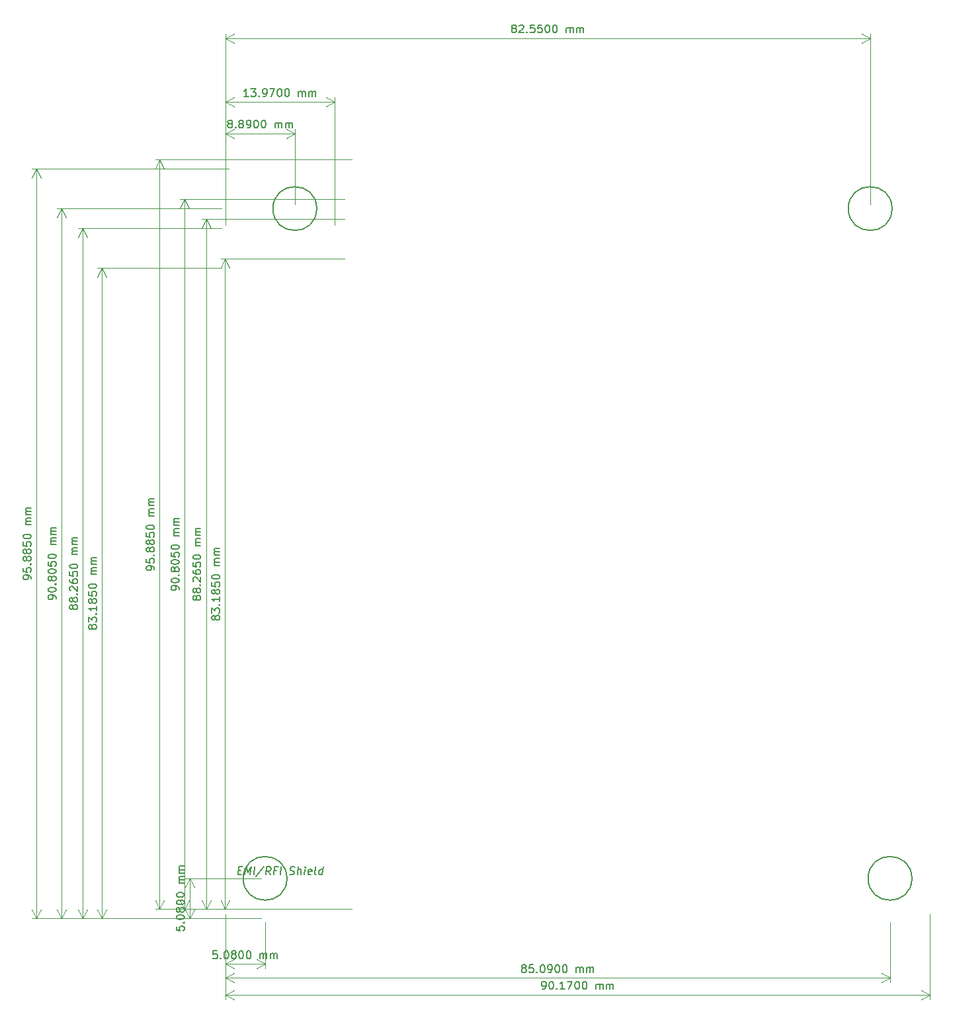
<source format=gbr>
%TF.GenerationSoftware,KiCad,Pcbnew,7.0.5*%
%TF.CreationDate,2024-04-22T16:49:58+03:00*%
%TF.ProjectId,satnogs-comms,7361746e-6f67-4732-9d63-6f6d6d732e6b,rev?*%
%TF.SameCoordinates,PX4eb9cf0PY82ce540*%
%TF.FileFunction,Other,Comment*%
%FSLAX46Y46*%
G04 Gerber Fmt 4.6, Leading zero omitted, Abs format (unit mm)*
G04 Created by KiCad (PCBNEW 7.0.5) date 2024-04-22 16:49:58*
%MOMM*%
%LPD*%
G01*
G04 APERTURE LIST*
%ADD10C,0.150000*%
%ADD11C,0.100000*%
%ADD12C,0.200000*%
G04 APERTURE END LIST*
D10*
X-17065410Y37163930D02*
X-17113029Y37068692D01*
X-17113029Y37068692D02*
X-17160648Y37021073D01*
X-17160648Y37021073D02*
X-17255886Y36973454D01*
X-17255886Y36973454D02*
X-17303505Y36973454D01*
X-17303505Y36973454D02*
X-17398743Y37021073D01*
X-17398743Y37021073D02*
X-17446362Y37068692D01*
X-17446362Y37068692D02*
X-17493981Y37163930D01*
X-17493981Y37163930D02*
X-17493981Y37354406D01*
X-17493981Y37354406D02*
X-17446362Y37449644D01*
X-17446362Y37449644D02*
X-17398743Y37497263D01*
X-17398743Y37497263D02*
X-17303505Y37544882D01*
X-17303505Y37544882D02*
X-17255886Y37544882D01*
X-17255886Y37544882D02*
X-17160648Y37497263D01*
X-17160648Y37497263D02*
X-17113029Y37449644D01*
X-17113029Y37449644D02*
X-17065410Y37354406D01*
X-17065410Y37354406D02*
X-17065410Y37163930D01*
X-17065410Y37163930D02*
X-17017791Y37068692D01*
X-17017791Y37068692D02*
X-16970172Y37021073D01*
X-16970172Y37021073D02*
X-16874934Y36973454D01*
X-16874934Y36973454D02*
X-16684458Y36973454D01*
X-16684458Y36973454D02*
X-16589220Y37021073D01*
X-16589220Y37021073D02*
X-16541600Y37068692D01*
X-16541600Y37068692D02*
X-16493981Y37163930D01*
X-16493981Y37163930D02*
X-16493981Y37354406D01*
X-16493981Y37354406D02*
X-16541600Y37449644D01*
X-16541600Y37449644D02*
X-16589220Y37497263D01*
X-16589220Y37497263D02*
X-16684458Y37544882D01*
X-16684458Y37544882D02*
X-16874934Y37544882D01*
X-16874934Y37544882D02*
X-16970172Y37497263D01*
X-16970172Y37497263D02*
X-17017791Y37449644D01*
X-17017791Y37449644D02*
X-17065410Y37354406D01*
X-17493981Y37878216D02*
X-17493981Y38497263D01*
X-17493981Y38497263D02*
X-17113029Y38163930D01*
X-17113029Y38163930D02*
X-17113029Y38306787D01*
X-17113029Y38306787D02*
X-17065410Y38402025D01*
X-17065410Y38402025D02*
X-17017791Y38449644D01*
X-17017791Y38449644D02*
X-16922553Y38497263D01*
X-16922553Y38497263D02*
X-16684458Y38497263D01*
X-16684458Y38497263D02*
X-16589220Y38449644D01*
X-16589220Y38449644D02*
X-16541600Y38402025D01*
X-16541600Y38402025D02*
X-16493981Y38306787D01*
X-16493981Y38306787D02*
X-16493981Y38021073D01*
X-16493981Y38021073D02*
X-16541600Y37925835D01*
X-16541600Y37925835D02*
X-16589220Y37878216D01*
X-16589220Y38925835D02*
X-16541600Y38973454D01*
X-16541600Y38973454D02*
X-16493981Y38925835D01*
X-16493981Y38925835D02*
X-16541600Y38878216D01*
X-16541600Y38878216D02*
X-16589220Y38925835D01*
X-16589220Y38925835D02*
X-16493981Y38925835D01*
X-16493981Y39925834D02*
X-16493981Y39354406D01*
X-16493981Y39640120D02*
X-17493981Y39640120D01*
X-17493981Y39640120D02*
X-17351124Y39544882D01*
X-17351124Y39544882D02*
X-17255886Y39449644D01*
X-17255886Y39449644D02*
X-17208267Y39354406D01*
X-17065410Y40497263D02*
X-17113029Y40402025D01*
X-17113029Y40402025D02*
X-17160648Y40354406D01*
X-17160648Y40354406D02*
X-17255886Y40306787D01*
X-17255886Y40306787D02*
X-17303505Y40306787D01*
X-17303505Y40306787D02*
X-17398743Y40354406D01*
X-17398743Y40354406D02*
X-17446362Y40402025D01*
X-17446362Y40402025D02*
X-17493981Y40497263D01*
X-17493981Y40497263D02*
X-17493981Y40687739D01*
X-17493981Y40687739D02*
X-17446362Y40782977D01*
X-17446362Y40782977D02*
X-17398743Y40830596D01*
X-17398743Y40830596D02*
X-17303505Y40878215D01*
X-17303505Y40878215D02*
X-17255886Y40878215D01*
X-17255886Y40878215D02*
X-17160648Y40830596D01*
X-17160648Y40830596D02*
X-17113029Y40782977D01*
X-17113029Y40782977D02*
X-17065410Y40687739D01*
X-17065410Y40687739D02*
X-17065410Y40497263D01*
X-17065410Y40497263D02*
X-17017791Y40402025D01*
X-17017791Y40402025D02*
X-16970172Y40354406D01*
X-16970172Y40354406D02*
X-16874934Y40306787D01*
X-16874934Y40306787D02*
X-16684458Y40306787D01*
X-16684458Y40306787D02*
X-16589220Y40354406D01*
X-16589220Y40354406D02*
X-16541600Y40402025D01*
X-16541600Y40402025D02*
X-16493981Y40497263D01*
X-16493981Y40497263D02*
X-16493981Y40687739D01*
X-16493981Y40687739D02*
X-16541600Y40782977D01*
X-16541600Y40782977D02*
X-16589220Y40830596D01*
X-16589220Y40830596D02*
X-16684458Y40878215D01*
X-16684458Y40878215D02*
X-16874934Y40878215D01*
X-16874934Y40878215D02*
X-16970172Y40830596D01*
X-16970172Y40830596D02*
X-17017791Y40782977D01*
X-17017791Y40782977D02*
X-17065410Y40687739D01*
X-17493981Y41782977D02*
X-17493981Y41306787D01*
X-17493981Y41306787D02*
X-17017791Y41259168D01*
X-17017791Y41259168D02*
X-17065410Y41306787D01*
X-17065410Y41306787D02*
X-17113029Y41402025D01*
X-17113029Y41402025D02*
X-17113029Y41640120D01*
X-17113029Y41640120D02*
X-17065410Y41735358D01*
X-17065410Y41735358D02*
X-17017791Y41782977D01*
X-17017791Y41782977D02*
X-16922553Y41830596D01*
X-16922553Y41830596D02*
X-16684458Y41830596D01*
X-16684458Y41830596D02*
X-16589220Y41782977D01*
X-16589220Y41782977D02*
X-16541600Y41735358D01*
X-16541600Y41735358D02*
X-16493981Y41640120D01*
X-16493981Y41640120D02*
X-16493981Y41402025D01*
X-16493981Y41402025D02*
X-16541600Y41306787D01*
X-16541600Y41306787D02*
X-16589220Y41259168D01*
X-17493981Y42449644D02*
X-17493981Y42544882D01*
X-17493981Y42544882D02*
X-17446362Y42640120D01*
X-17446362Y42640120D02*
X-17398743Y42687739D01*
X-17398743Y42687739D02*
X-17303505Y42735358D01*
X-17303505Y42735358D02*
X-17113029Y42782977D01*
X-17113029Y42782977D02*
X-16874934Y42782977D01*
X-16874934Y42782977D02*
X-16684458Y42735358D01*
X-16684458Y42735358D02*
X-16589220Y42687739D01*
X-16589220Y42687739D02*
X-16541600Y42640120D01*
X-16541600Y42640120D02*
X-16493981Y42544882D01*
X-16493981Y42544882D02*
X-16493981Y42449644D01*
X-16493981Y42449644D02*
X-16541600Y42354406D01*
X-16541600Y42354406D02*
X-16589220Y42306787D01*
X-16589220Y42306787D02*
X-16684458Y42259168D01*
X-16684458Y42259168D02*
X-16874934Y42211549D01*
X-16874934Y42211549D02*
X-17113029Y42211549D01*
X-17113029Y42211549D02*
X-17303505Y42259168D01*
X-17303505Y42259168D02*
X-17398743Y42306787D01*
X-17398743Y42306787D02*
X-17446362Y42354406D01*
X-17446362Y42354406D02*
X-17493981Y42449644D01*
X-16493981Y43973454D02*
X-17160648Y43973454D01*
X-17065410Y43973454D02*
X-17113029Y44021073D01*
X-17113029Y44021073D02*
X-17160648Y44116311D01*
X-17160648Y44116311D02*
X-17160648Y44259168D01*
X-17160648Y44259168D02*
X-17113029Y44354406D01*
X-17113029Y44354406D02*
X-17017791Y44402025D01*
X-17017791Y44402025D02*
X-16493981Y44402025D01*
X-17017791Y44402025D02*
X-17113029Y44449644D01*
X-17113029Y44449644D02*
X-17160648Y44544882D01*
X-17160648Y44544882D02*
X-17160648Y44687739D01*
X-17160648Y44687739D02*
X-17113029Y44782978D01*
X-17113029Y44782978D02*
X-17017791Y44830597D01*
X-17017791Y44830597D02*
X-16493981Y44830597D01*
X-16493981Y45306787D02*
X-17160648Y45306787D01*
X-17065410Y45306787D02*
X-17113029Y45354406D01*
X-17113029Y45354406D02*
X-17160648Y45449644D01*
X-17160648Y45449644D02*
X-17160648Y45592501D01*
X-17160648Y45592501D02*
X-17113029Y45687739D01*
X-17113029Y45687739D02*
X-17017791Y45735358D01*
X-17017791Y45735358D02*
X-16493981Y45735358D01*
X-17017791Y45735358D02*
X-17113029Y45782977D01*
X-17113029Y45782977D02*
X-17160648Y45878215D01*
X-17160648Y45878215D02*
X-17160648Y46021072D01*
X-17160648Y46021072D02*
X-17113029Y46116311D01*
X-17113029Y46116311D02*
X-17017791Y46163930D01*
X-17017791Y46163930D02*
X-16493981Y46163930D01*
D11*
X-500000Y0D02*
X-16385220Y0D01*
X-500000Y83185000D02*
X-16385220Y83185000D01*
X-15798800Y0D02*
X-15798800Y83185000D01*
X-15798800Y0D02*
X-15798800Y83185000D01*
X-15798800Y0D02*
X-16385221Y1126504D01*
X-15798800Y0D02*
X-15212379Y1126504D01*
X-15798800Y83185000D02*
X-15212379Y82058496D01*
X-15798800Y83185000D02*
X-16385221Y82058496D01*
D10*
X-21700981Y40878692D02*
X-21700981Y41069168D01*
X-21700981Y41069168D02*
X-21748600Y41164406D01*
X-21748600Y41164406D02*
X-21796220Y41212025D01*
X-21796220Y41212025D02*
X-21939077Y41307263D01*
X-21939077Y41307263D02*
X-22129553Y41354882D01*
X-22129553Y41354882D02*
X-22510505Y41354882D01*
X-22510505Y41354882D02*
X-22605743Y41307263D01*
X-22605743Y41307263D02*
X-22653362Y41259644D01*
X-22653362Y41259644D02*
X-22700981Y41164406D01*
X-22700981Y41164406D02*
X-22700981Y40973930D01*
X-22700981Y40973930D02*
X-22653362Y40878692D01*
X-22653362Y40878692D02*
X-22605743Y40831073D01*
X-22605743Y40831073D02*
X-22510505Y40783454D01*
X-22510505Y40783454D02*
X-22272410Y40783454D01*
X-22272410Y40783454D02*
X-22177172Y40831073D01*
X-22177172Y40831073D02*
X-22129553Y40878692D01*
X-22129553Y40878692D02*
X-22081934Y40973930D01*
X-22081934Y40973930D02*
X-22081934Y41164406D01*
X-22081934Y41164406D02*
X-22129553Y41259644D01*
X-22129553Y41259644D02*
X-22177172Y41307263D01*
X-22177172Y41307263D02*
X-22272410Y41354882D01*
X-22700981Y41973930D02*
X-22700981Y42069168D01*
X-22700981Y42069168D02*
X-22653362Y42164406D01*
X-22653362Y42164406D02*
X-22605743Y42212025D01*
X-22605743Y42212025D02*
X-22510505Y42259644D01*
X-22510505Y42259644D02*
X-22320029Y42307263D01*
X-22320029Y42307263D02*
X-22081934Y42307263D01*
X-22081934Y42307263D02*
X-21891458Y42259644D01*
X-21891458Y42259644D02*
X-21796220Y42212025D01*
X-21796220Y42212025D02*
X-21748600Y42164406D01*
X-21748600Y42164406D02*
X-21700981Y42069168D01*
X-21700981Y42069168D02*
X-21700981Y41973930D01*
X-21700981Y41973930D02*
X-21748600Y41878692D01*
X-21748600Y41878692D02*
X-21796220Y41831073D01*
X-21796220Y41831073D02*
X-21891458Y41783454D01*
X-21891458Y41783454D02*
X-22081934Y41735835D01*
X-22081934Y41735835D02*
X-22320029Y41735835D01*
X-22320029Y41735835D02*
X-22510505Y41783454D01*
X-22510505Y41783454D02*
X-22605743Y41831073D01*
X-22605743Y41831073D02*
X-22653362Y41878692D01*
X-22653362Y41878692D02*
X-22700981Y41973930D01*
X-21796220Y42735835D02*
X-21748600Y42783454D01*
X-21748600Y42783454D02*
X-21700981Y42735835D01*
X-21700981Y42735835D02*
X-21748600Y42688216D01*
X-21748600Y42688216D02*
X-21796220Y42735835D01*
X-21796220Y42735835D02*
X-21700981Y42735835D01*
X-22272410Y43354882D02*
X-22320029Y43259644D01*
X-22320029Y43259644D02*
X-22367648Y43212025D01*
X-22367648Y43212025D02*
X-22462886Y43164406D01*
X-22462886Y43164406D02*
X-22510505Y43164406D01*
X-22510505Y43164406D02*
X-22605743Y43212025D01*
X-22605743Y43212025D02*
X-22653362Y43259644D01*
X-22653362Y43259644D02*
X-22700981Y43354882D01*
X-22700981Y43354882D02*
X-22700981Y43545358D01*
X-22700981Y43545358D02*
X-22653362Y43640596D01*
X-22653362Y43640596D02*
X-22605743Y43688215D01*
X-22605743Y43688215D02*
X-22510505Y43735834D01*
X-22510505Y43735834D02*
X-22462886Y43735834D01*
X-22462886Y43735834D02*
X-22367648Y43688215D01*
X-22367648Y43688215D02*
X-22320029Y43640596D01*
X-22320029Y43640596D02*
X-22272410Y43545358D01*
X-22272410Y43545358D02*
X-22272410Y43354882D01*
X-22272410Y43354882D02*
X-22224791Y43259644D01*
X-22224791Y43259644D02*
X-22177172Y43212025D01*
X-22177172Y43212025D02*
X-22081934Y43164406D01*
X-22081934Y43164406D02*
X-21891458Y43164406D01*
X-21891458Y43164406D02*
X-21796220Y43212025D01*
X-21796220Y43212025D02*
X-21748600Y43259644D01*
X-21748600Y43259644D02*
X-21700981Y43354882D01*
X-21700981Y43354882D02*
X-21700981Y43545358D01*
X-21700981Y43545358D02*
X-21748600Y43640596D01*
X-21748600Y43640596D02*
X-21796220Y43688215D01*
X-21796220Y43688215D02*
X-21891458Y43735834D01*
X-21891458Y43735834D02*
X-22081934Y43735834D01*
X-22081934Y43735834D02*
X-22177172Y43688215D01*
X-22177172Y43688215D02*
X-22224791Y43640596D01*
X-22224791Y43640596D02*
X-22272410Y43545358D01*
X-22700981Y44354882D02*
X-22700981Y44450120D01*
X-22700981Y44450120D02*
X-22653362Y44545358D01*
X-22653362Y44545358D02*
X-22605743Y44592977D01*
X-22605743Y44592977D02*
X-22510505Y44640596D01*
X-22510505Y44640596D02*
X-22320029Y44688215D01*
X-22320029Y44688215D02*
X-22081934Y44688215D01*
X-22081934Y44688215D02*
X-21891458Y44640596D01*
X-21891458Y44640596D02*
X-21796220Y44592977D01*
X-21796220Y44592977D02*
X-21748600Y44545358D01*
X-21748600Y44545358D02*
X-21700981Y44450120D01*
X-21700981Y44450120D02*
X-21700981Y44354882D01*
X-21700981Y44354882D02*
X-21748600Y44259644D01*
X-21748600Y44259644D02*
X-21796220Y44212025D01*
X-21796220Y44212025D02*
X-21891458Y44164406D01*
X-21891458Y44164406D02*
X-22081934Y44116787D01*
X-22081934Y44116787D02*
X-22320029Y44116787D01*
X-22320029Y44116787D02*
X-22510505Y44164406D01*
X-22510505Y44164406D02*
X-22605743Y44212025D01*
X-22605743Y44212025D02*
X-22653362Y44259644D01*
X-22653362Y44259644D02*
X-22700981Y44354882D01*
X-22700981Y45592977D02*
X-22700981Y45116787D01*
X-22700981Y45116787D02*
X-22224791Y45069168D01*
X-22224791Y45069168D02*
X-22272410Y45116787D01*
X-22272410Y45116787D02*
X-22320029Y45212025D01*
X-22320029Y45212025D02*
X-22320029Y45450120D01*
X-22320029Y45450120D02*
X-22272410Y45545358D01*
X-22272410Y45545358D02*
X-22224791Y45592977D01*
X-22224791Y45592977D02*
X-22129553Y45640596D01*
X-22129553Y45640596D02*
X-21891458Y45640596D01*
X-21891458Y45640596D02*
X-21796220Y45592977D01*
X-21796220Y45592977D02*
X-21748600Y45545358D01*
X-21748600Y45545358D02*
X-21700981Y45450120D01*
X-21700981Y45450120D02*
X-21700981Y45212025D01*
X-21700981Y45212025D02*
X-21748600Y45116787D01*
X-21748600Y45116787D02*
X-21796220Y45069168D01*
X-22700981Y46259644D02*
X-22700981Y46354882D01*
X-22700981Y46354882D02*
X-22653362Y46450120D01*
X-22653362Y46450120D02*
X-22605743Y46497739D01*
X-22605743Y46497739D02*
X-22510505Y46545358D01*
X-22510505Y46545358D02*
X-22320029Y46592977D01*
X-22320029Y46592977D02*
X-22081934Y46592977D01*
X-22081934Y46592977D02*
X-21891458Y46545358D01*
X-21891458Y46545358D02*
X-21796220Y46497739D01*
X-21796220Y46497739D02*
X-21748600Y46450120D01*
X-21748600Y46450120D02*
X-21700981Y46354882D01*
X-21700981Y46354882D02*
X-21700981Y46259644D01*
X-21700981Y46259644D02*
X-21748600Y46164406D01*
X-21748600Y46164406D02*
X-21796220Y46116787D01*
X-21796220Y46116787D02*
X-21891458Y46069168D01*
X-21891458Y46069168D02*
X-22081934Y46021549D01*
X-22081934Y46021549D02*
X-22320029Y46021549D01*
X-22320029Y46021549D02*
X-22510505Y46069168D01*
X-22510505Y46069168D02*
X-22605743Y46116787D01*
X-22605743Y46116787D02*
X-22653362Y46164406D01*
X-22653362Y46164406D02*
X-22700981Y46259644D01*
X-21700981Y47783454D02*
X-22367648Y47783454D01*
X-22272410Y47783454D02*
X-22320029Y47831073D01*
X-22320029Y47831073D02*
X-22367648Y47926311D01*
X-22367648Y47926311D02*
X-22367648Y48069168D01*
X-22367648Y48069168D02*
X-22320029Y48164406D01*
X-22320029Y48164406D02*
X-22224791Y48212025D01*
X-22224791Y48212025D02*
X-21700981Y48212025D01*
X-22224791Y48212025D02*
X-22320029Y48259644D01*
X-22320029Y48259644D02*
X-22367648Y48354882D01*
X-22367648Y48354882D02*
X-22367648Y48497739D01*
X-22367648Y48497739D02*
X-22320029Y48592978D01*
X-22320029Y48592978D02*
X-22224791Y48640597D01*
X-22224791Y48640597D02*
X-21700981Y48640597D01*
X-21700981Y49116787D02*
X-22367648Y49116787D01*
X-22272410Y49116787D02*
X-22320029Y49164406D01*
X-22320029Y49164406D02*
X-22367648Y49259644D01*
X-22367648Y49259644D02*
X-22367648Y49402501D01*
X-22367648Y49402501D02*
X-22320029Y49497739D01*
X-22320029Y49497739D02*
X-22224791Y49545358D01*
X-22224791Y49545358D02*
X-21700981Y49545358D01*
X-22224791Y49545358D02*
X-22320029Y49592977D01*
X-22320029Y49592977D02*
X-22367648Y49688215D01*
X-22367648Y49688215D02*
X-22367648Y49831072D01*
X-22367648Y49831072D02*
X-22320029Y49926311D01*
X-22320029Y49926311D02*
X-22224791Y49973930D01*
X-22224791Y49973930D02*
X-21700981Y49973930D01*
D11*
X-500000Y0D02*
X-21592220Y0D01*
X-500000Y90805000D02*
X-21592220Y90805000D01*
X-21005800Y0D02*
X-21005800Y90805000D01*
X-21005800Y0D02*
X-21005800Y90805000D01*
X-21005800Y0D02*
X-21592221Y1126504D01*
X-21005800Y0D02*
X-20419379Y1126504D01*
X-21005800Y90805000D02*
X-20419379Y89678496D01*
X-21005800Y90805000D02*
X-21592221Y89678496D01*
D10*
X-1079048Y-4197619D02*
X-1555238Y-4197619D01*
X-1555238Y-4197619D02*
X-1602857Y-4673809D01*
X-1602857Y-4673809D02*
X-1555238Y-4626190D01*
X-1555238Y-4626190D02*
X-1460000Y-4578571D01*
X-1460000Y-4578571D02*
X-1221905Y-4578571D01*
X-1221905Y-4578571D02*
X-1126667Y-4626190D01*
X-1126667Y-4626190D02*
X-1079048Y-4673809D01*
X-1079048Y-4673809D02*
X-1031429Y-4769047D01*
X-1031429Y-4769047D02*
X-1031429Y-5007142D01*
X-1031429Y-5007142D02*
X-1079048Y-5102380D01*
X-1079048Y-5102380D02*
X-1126667Y-5150000D01*
X-1126667Y-5150000D02*
X-1221905Y-5197619D01*
X-1221905Y-5197619D02*
X-1460000Y-5197619D01*
X-1460000Y-5197619D02*
X-1555238Y-5150000D01*
X-1555238Y-5150000D02*
X-1602857Y-5102380D01*
X-602857Y-5102380D02*
X-555238Y-5150000D01*
X-555238Y-5150000D02*
X-602857Y-5197619D01*
X-602857Y-5197619D02*
X-650476Y-5150000D01*
X-650476Y-5150000D02*
X-602857Y-5102380D01*
X-602857Y-5102380D02*
X-602857Y-5197619D01*
X63809Y-4197619D02*
X159047Y-4197619D01*
X159047Y-4197619D02*
X254285Y-4245238D01*
X254285Y-4245238D02*
X301904Y-4292857D01*
X301904Y-4292857D02*
X349523Y-4388095D01*
X349523Y-4388095D02*
X397142Y-4578571D01*
X397142Y-4578571D02*
X397142Y-4816666D01*
X397142Y-4816666D02*
X349523Y-5007142D01*
X349523Y-5007142D02*
X301904Y-5102380D01*
X301904Y-5102380D02*
X254285Y-5150000D01*
X254285Y-5150000D02*
X159047Y-5197619D01*
X159047Y-5197619D02*
X63809Y-5197619D01*
X63809Y-5197619D02*
X-31429Y-5150000D01*
X-31429Y-5150000D02*
X-79048Y-5102380D01*
X-79048Y-5102380D02*
X-126667Y-5007142D01*
X-126667Y-5007142D02*
X-174286Y-4816666D01*
X-174286Y-4816666D02*
X-174286Y-4578571D01*
X-174286Y-4578571D02*
X-126667Y-4388095D01*
X-126667Y-4388095D02*
X-79048Y-4292857D01*
X-79048Y-4292857D02*
X-31429Y-4245238D01*
X-31429Y-4245238D02*
X63809Y-4197619D01*
X968571Y-4626190D02*
X873333Y-4578571D01*
X873333Y-4578571D02*
X825714Y-4530952D01*
X825714Y-4530952D02*
X778095Y-4435714D01*
X778095Y-4435714D02*
X778095Y-4388095D01*
X778095Y-4388095D02*
X825714Y-4292857D01*
X825714Y-4292857D02*
X873333Y-4245238D01*
X873333Y-4245238D02*
X968571Y-4197619D01*
X968571Y-4197619D02*
X1159047Y-4197619D01*
X1159047Y-4197619D02*
X1254285Y-4245238D01*
X1254285Y-4245238D02*
X1301904Y-4292857D01*
X1301904Y-4292857D02*
X1349523Y-4388095D01*
X1349523Y-4388095D02*
X1349523Y-4435714D01*
X1349523Y-4435714D02*
X1301904Y-4530952D01*
X1301904Y-4530952D02*
X1254285Y-4578571D01*
X1254285Y-4578571D02*
X1159047Y-4626190D01*
X1159047Y-4626190D02*
X968571Y-4626190D01*
X968571Y-4626190D02*
X873333Y-4673809D01*
X873333Y-4673809D02*
X825714Y-4721428D01*
X825714Y-4721428D02*
X778095Y-4816666D01*
X778095Y-4816666D02*
X778095Y-5007142D01*
X778095Y-5007142D02*
X825714Y-5102380D01*
X825714Y-5102380D02*
X873333Y-5150000D01*
X873333Y-5150000D02*
X968571Y-5197619D01*
X968571Y-5197619D02*
X1159047Y-5197619D01*
X1159047Y-5197619D02*
X1254285Y-5150000D01*
X1254285Y-5150000D02*
X1301904Y-5102380D01*
X1301904Y-5102380D02*
X1349523Y-5007142D01*
X1349523Y-5007142D02*
X1349523Y-4816666D01*
X1349523Y-4816666D02*
X1301904Y-4721428D01*
X1301904Y-4721428D02*
X1254285Y-4673809D01*
X1254285Y-4673809D02*
X1159047Y-4626190D01*
X1968571Y-4197619D02*
X2063809Y-4197619D01*
X2063809Y-4197619D02*
X2159047Y-4245238D01*
X2159047Y-4245238D02*
X2206666Y-4292857D01*
X2206666Y-4292857D02*
X2254285Y-4388095D01*
X2254285Y-4388095D02*
X2301904Y-4578571D01*
X2301904Y-4578571D02*
X2301904Y-4816666D01*
X2301904Y-4816666D02*
X2254285Y-5007142D01*
X2254285Y-5007142D02*
X2206666Y-5102380D01*
X2206666Y-5102380D02*
X2159047Y-5150000D01*
X2159047Y-5150000D02*
X2063809Y-5197619D01*
X2063809Y-5197619D02*
X1968571Y-5197619D01*
X1968571Y-5197619D02*
X1873333Y-5150000D01*
X1873333Y-5150000D02*
X1825714Y-5102380D01*
X1825714Y-5102380D02*
X1778095Y-5007142D01*
X1778095Y-5007142D02*
X1730476Y-4816666D01*
X1730476Y-4816666D02*
X1730476Y-4578571D01*
X1730476Y-4578571D02*
X1778095Y-4388095D01*
X1778095Y-4388095D02*
X1825714Y-4292857D01*
X1825714Y-4292857D02*
X1873333Y-4245238D01*
X1873333Y-4245238D02*
X1968571Y-4197619D01*
X2920952Y-4197619D02*
X3016190Y-4197619D01*
X3016190Y-4197619D02*
X3111428Y-4245238D01*
X3111428Y-4245238D02*
X3159047Y-4292857D01*
X3159047Y-4292857D02*
X3206666Y-4388095D01*
X3206666Y-4388095D02*
X3254285Y-4578571D01*
X3254285Y-4578571D02*
X3254285Y-4816666D01*
X3254285Y-4816666D02*
X3206666Y-5007142D01*
X3206666Y-5007142D02*
X3159047Y-5102380D01*
X3159047Y-5102380D02*
X3111428Y-5150000D01*
X3111428Y-5150000D02*
X3016190Y-5197619D01*
X3016190Y-5197619D02*
X2920952Y-5197619D01*
X2920952Y-5197619D02*
X2825714Y-5150000D01*
X2825714Y-5150000D02*
X2778095Y-5102380D01*
X2778095Y-5102380D02*
X2730476Y-5007142D01*
X2730476Y-5007142D02*
X2682857Y-4816666D01*
X2682857Y-4816666D02*
X2682857Y-4578571D01*
X2682857Y-4578571D02*
X2730476Y-4388095D01*
X2730476Y-4388095D02*
X2778095Y-4292857D01*
X2778095Y-4292857D02*
X2825714Y-4245238D01*
X2825714Y-4245238D02*
X2920952Y-4197619D01*
X4444762Y-5197619D02*
X4444762Y-4530952D01*
X4444762Y-4626190D02*
X4492381Y-4578571D01*
X4492381Y-4578571D02*
X4587619Y-4530952D01*
X4587619Y-4530952D02*
X4730476Y-4530952D01*
X4730476Y-4530952D02*
X4825714Y-4578571D01*
X4825714Y-4578571D02*
X4873333Y-4673809D01*
X4873333Y-4673809D02*
X4873333Y-5197619D01*
X4873333Y-4673809D02*
X4920952Y-4578571D01*
X4920952Y-4578571D02*
X5016190Y-4530952D01*
X5016190Y-4530952D02*
X5159047Y-4530952D01*
X5159047Y-4530952D02*
X5254286Y-4578571D01*
X5254286Y-4578571D02*
X5301905Y-4673809D01*
X5301905Y-4673809D02*
X5301905Y-5197619D01*
X5778095Y-5197619D02*
X5778095Y-4530952D01*
X5778095Y-4626190D02*
X5825714Y-4578571D01*
X5825714Y-4578571D02*
X5920952Y-4530952D01*
X5920952Y-4530952D02*
X6063809Y-4530952D01*
X6063809Y-4530952D02*
X6159047Y-4578571D01*
X6159047Y-4578571D02*
X6206666Y-4673809D01*
X6206666Y-4673809D02*
X6206666Y-5197619D01*
X6206666Y-4673809D02*
X6254285Y-4578571D01*
X6254285Y-4578571D02*
X6349523Y-4530952D01*
X6349523Y-4530952D02*
X6492380Y-4530952D01*
X6492380Y-4530952D02*
X6587619Y-4578571D01*
X6587619Y-4578571D02*
X6635238Y-4673809D01*
X6635238Y-4673809D02*
X6635238Y-5197619D01*
D11*
X0Y-500000D02*
X0Y-6479220D01*
X5080000Y-500000D02*
X5080000Y-6479220D01*
X0Y-5892800D02*
X5080000Y-5892800D01*
X0Y-5892800D02*
X5080000Y-5892800D01*
X0Y-5892800D02*
X1126504Y-5306379D01*
X0Y-5892800D02*
X1126504Y-6479221D01*
X5080000Y-5892800D02*
X3953496Y-6479221D01*
X5080000Y-5892800D02*
X3953496Y-5306379D01*
D10*
X-6267181Y-1079047D02*
X-6267181Y-1555237D01*
X-6267181Y-1555237D02*
X-5790991Y-1602856D01*
X-5790991Y-1602856D02*
X-5838610Y-1555237D01*
X-5838610Y-1555237D02*
X-5886229Y-1459999D01*
X-5886229Y-1459999D02*
X-5886229Y-1221904D01*
X-5886229Y-1221904D02*
X-5838610Y-1126666D01*
X-5838610Y-1126666D02*
X-5790991Y-1079047D01*
X-5790991Y-1079047D02*
X-5695753Y-1031428D01*
X-5695753Y-1031428D02*
X-5457658Y-1031428D01*
X-5457658Y-1031428D02*
X-5362420Y-1079047D01*
X-5362420Y-1079047D02*
X-5314800Y-1126666D01*
X-5314800Y-1126666D02*
X-5267181Y-1221904D01*
X-5267181Y-1221904D02*
X-5267181Y-1459999D01*
X-5267181Y-1459999D02*
X-5314800Y-1555237D01*
X-5314800Y-1555237D02*
X-5362420Y-1602856D01*
X-5362420Y-602856D02*
X-5314800Y-555237D01*
X-5314800Y-555237D02*
X-5267181Y-602856D01*
X-5267181Y-602856D02*
X-5314800Y-650475D01*
X-5314800Y-650475D02*
X-5362420Y-602856D01*
X-5362420Y-602856D02*
X-5267181Y-602856D01*
X-6267181Y63810D02*
X-6267181Y159048D01*
X-6267181Y159048D02*
X-6219562Y254286D01*
X-6219562Y254286D02*
X-6171943Y301905D01*
X-6171943Y301905D02*
X-6076705Y349524D01*
X-6076705Y349524D02*
X-5886229Y397143D01*
X-5886229Y397143D02*
X-5648134Y397143D01*
X-5648134Y397143D02*
X-5457658Y349524D01*
X-5457658Y349524D02*
X-5362420Y301905D01*
X-5362420Y301905D02*
X-5314800Y254286D01*
X-5314800Y254286D02*
X-5267181Y159048D01*
X-5267181Y159048D02*
X-5267181Y63810D01*
X-5267181Y63810D02*
X-5314800Y-31428D01*
X-5314800Y-31428D02*
X-5362420Y-79047D01*
X-5362420Y-79047D02*
X-5457658Y-126666D01*
X-5457658Y-126666D02*
X-5648134Y-174285D01*
X-5648134Y-174285D02*
X-5886229Y-174285D01*
X-5886229Y-174285D02*
X-6076705Y-126666D01*
X-6076705Y-126666D02*
X-6171943Y-79047D01*
X-6171943Y-79047D02*
X-6219562Y-31428D01*
X-6219562Y-31428D02*
X-6267181Y63810D01*
X-5838610Y968572D02*
X-5886229Y873334D01*
X-5886229Y873334D02*
X-5933848Y825715D01*
X-5933848Y825715D02*
X-6029086Y778096D01*
X-6029086Y778096D02*
X-6076705Y778096D01*
X-6076705Y778096D02*
X-6171943Y825715D01*
X-6171943Y825715D02*
X-6219562Y873334D01*
X-6219562Y873334D02*
X-6267181Y968572D01*
X-6267181Y968572D02*
X-6267181Y1159048D01*
X-6267181Y1159048D02*
X-6219562Y1254286D01*
X-6219562Y1254286D02*
X-6171943Y1301905D01*
X-6171943Y1301905D02*
X-6076705Y1349524D01*
X-6076705Y1349524D02*
X-6029086Y1349524D01*
X-6029086Y1349524D02*
X-5933848Y1301905D01*
X-5933848Y1301905D02*
X-5886229Y1254286D01*
X-5886229Y1254286D02*
X-5838610Y1159048D01*
X-5838610Y1159048D02*
X-5838610Y968572D01*
X-5838610Y968572D02*
X-5790991Y873334D01*
X-5790991Y873334D02*
X-5743372Y825715D01*
X-5743372Y825715D02*
X-5648134Y778096D01*
X-5648134Y778096D02*
X-5457658Y778096D01*
X-5457658Y778096D02*
X-5362420Y825715D01*
X-5362420Y825715D02*
X-5314800Y873334D01*
X-5314800Y873334D02*
X-5267181Y968572D01*
X-5267181Y968572D02*
X-5267181Y1159048D01*
X-5267181Y1159048D02*
X-5314800Y1254286D01*
X-5314800Y1254286D02*
X-5362420Y1301905D01*
X-5362420Y1301905D02*
X-5457658Y1349524D01*
X-5457658Y1349524D02*
X-5648134Y1349524D01*
X-5648134Y1349524D02*
X-5743372Y1301905D01*
X-5743372Y1301905D02*
X-5790991Y1254286D01*
X-5790991Y1254286D02*
X-5838610Y1159048D01*
X-6267181Y1968572D02*
X-6267181Y2063810D01*
X-6267181Y2063810D02*
X-6219562Y2159048D01*
X-6219562Y2159048D02*
X-6171943Y2206667D01*
X-6171943Y2206667D02*
X-6076705Y2254286D01*
X-6076705Y2254286D02*
X-5886229Y2301905D01*
X-5886229Y2301905D02*
X-5648134Y2301905D01*
X-5648134Y2301905D02*
X-5457658Y2254286D01*
X-5457658Y2254286D02*
X-5362420Y2206667D01*
X-5362420Y2206667D02*
X-5314800Y2159048D01*
X-5314800Y2159048D02*
X-5267181Y2063810D01*
X-5267181Y2063810D02*
X-5267181Y1968572D01*
X-5267181Y1968572D02*
X-5314800Y1873334D01*
X-5314800Y1873334D02*
X-5362420Y1825715D01*
X-5362420Y1825715D02*
X-5457658Y1778096D01*
X-5457658Y1778096D02*
X-5648134Y1730477D01*
X-5648134Y1730477D02*
X-5886229Y1730477D01*
X-5886229Y1730477D02*
X-6076705Y1778096D01*
X-6076705Y1778096D02*
X-6171943Y1825715D01*
X-6171943Y1825715D02*
X-6219562Y1873334D01*
X-6219562Y1873334D02*
X-6267181Y1968572D01*
X-6267181Y2920953D02*
X-6267181Y3016191D01*
X-6267181Y3016191D02*
X-6219562Y3111429D01*
X-6219562Y3111429D02*
X-6171943Y3159048D01*
X-6171943Y3159048D02*
X-6076705Y3206667D01*
X-6076705Y3206667D02*
X-5886229Y3254286D01*
X-5886229Y3254286D02*
X-5648134Y3254286D01*
X-5648134Y3254286D02*
X-5457658Y3206667D01*
X-5457658Y3206667D02*
X-5362420Y3159048D01*
X-5362420Y3159048D02*
X-5314800Y3111429D01*
X-5314800Y3111429D02*
X-5267181Y3016191D01*
X-5267181Y3016191D02*
X-5267181Y2920953D01*
X-5267181Y2920953D02*
X-5314800Y2825715D01*
X-5314800Y2825715D02*
X-5362420Y2778096D01*
X-5362420Y2778096D02*
X-5457658Y2730477D01*
X-5457658Y2730477D02*
X-5648134Y2682858D01*
X-5648134Y2682858D02*
X-5886229Y2682858D01*
X-5886229Y2682858D02*
X-6076705Y2730477D01*
X-6076705Y2730477D02*
X-6171943Y2778096D01*
X-6171943Y2778096D02*
X-6219562Y2825715D01*
X-6219562Y2825715D02*
X-6267181Y2920953D01*
X-5267181Y4444763D02*
X-5933848Y4444763D01*
X-5838610Y4444763D02*
X-5886229Y4492382D01*
X-5886229Y4492382D02*
X-5933848Y4587620D01*
X-5933848Y4587620D02*
X-5933848Y4730477D01*
X-5933848Y4730477D02*
X-5886229Y4825715D01*
X-5886229Y4825715D02*
X-5790991Y4873334D01*
X-5790991Y4873334D02*
X-5267181Y4873334D01*
X-5790991Y4873334D02*
X-5886229Y4920953D01*
X-5886229Y4920953D02*
X-5933848Y5016191D01*
X-5933848Y5016191D02*
X-5933848Y5159048D01*
X-5933848Y5159048D02*
X-5886229Y5254287D01*
X-5886229Y5254287D02*
X-5790991Y5301906D01*
X-5790991Y5301906D02*
X-5267181Y5301906D01*
X-5267181Y5778096D02*
X-5933848Y5778096D01*
X-5838610Y5778096D02*
X-5886229Y5825715D01*
X-5886229Y5825715D02*
X-5933848Y5920953D01*
X-5933848Y5920953D02*
X-5933848Y6063810D01*
X-5933848Y6063810D02*
X-5886229Y6159048D01*
X-5886229Y6159048D02*
X-5790991Y6206667D01*
X-5790991Y6206667D02*
X-5267181Y6206667D01*
X-5790991Y6206667D02*
X-5886229Y6254286D01*
X-5886229Y6254286D02*
X-5933848Y6349524D01*
X-5933848Y6349524D02*
X-5933848Y6492381D01*
X-5933848Y6492381D02*
X-5886229Y6587620D01*
X-5886229Y6587620D02*
X-5790991Y6635239D01*
X-5790991Y6635239D02*
X-5267181Y6635239D01*
D11*
X4580000Y5080000D02*
X-5158420Y5080000D01*
X4580000Y0D02*
X-5158420Y0D01*
X-4572000Y5080000D02*
X-4572000Y0D01*
X-4572000Y5080000D02*
X-4572000Y0D01*
X-4572000Y5080000D02*
X-3985579Y3953496D01*
X-4572000Y5080000D02*
X-5158421Y3953496D01*
X-4572000Y0D02*
X-5158421Y1126504D01*
X-4572000Y0D02*
X-3985579Y1126504D01*
D10*
X-3736610Y40878530D02*
X-3784229Y40783292D01*
X-3784229Y40783292D02*
X-3831848Y40735673D01*
X-3831848Y40735673D02*
X-3927086Y40688054D01*
X-3927086Y40688054D02*
X-3974705Y40688054D01*
X-3974705Y40688054D02*
X-4069943Y40735673D01*
X-4069943Y40735673D02*
X-4117562Y40783292D01*
X-4117562Y40783292D02*
X-4165181Y40878530D01*
X-4165181Y40878530D02*
X-4165181Y41069006D01*
X-4165181Y41069006D02*
X-4117562Y41164244D01*
X-4117562Y41164244D02*
X-4069943Y41211863D01*
X-4069943Y41211863D02*
X-3974705Y41259482D01*
X-3974705Y41259482D02*
X-3927086Y41259482D01*
X-3927086Y41259482D02*
X-3831848Y41211863D01*
X-3831848Y41211863D02*
X-3784229Y41164244D01*
X-3784229Y41164244D02*
X-3736610Y41069006D01*
X-3736610Y41069006D02*
X-3736610Y40878530D01*
X-3736610Y40878530D02*
X-3688991Y40783292D01*
X-3688991Y40783292D02*
X-3641372Y40735673D01*
X-3641372Y40735673D02*
X-3546134Y40688054D01*
X-3546134Y40688054D02*
X-3355658Y40688054D01*
X-3355658Y40688054D02*
X-3260420Y40735673D01*
X-3260420Y40735673D02*
X-3212800Y40783292D01*
X-3212800Y40783292D02*
X-3165181Y40878530D01*
X-3165181Y40878530D02*
X-3165181Y41069006D01*
X-3165181Y41069006D02*
X-3212800Y41164244D01*
X-3212800Y41164244D02*
X-3260420Y41211863D01*
X-3260420Y41211863D02*
X-3355658Y41259482D01*
X-3355658Y41259482D02*
X-3546134Y41259482D01*
X-3546134Y41259482D02*
X-3641372Y41211863D01*
X-3641372Y41211863D02*
X-3688991Y41164244D01*
X-3688991Y41164244D02*
X-3736610Y41069006D01*
X-3736610Y41830911D02*
X-3784229Y41735673D01*
X-3784229Y41735673D02*
X-3831848Y41688054D01*
X-3831848Y41688054D02*
X-3927086Y41640435D01*
X-3927086Y41640435D02*
X-3974705Y41640435D01*
X-3974705Y41640435D02*
X-4069943Y41688054D01*
X-4069943Y41688054D02*
X-4117562Y41735673D01*
X-4117562Y41735673D02*
X-4165181Y41830911D01*
X-4165181Y41830911D02*
X-4165181Y42021387D01*
X-4165181Y42021387D02*
X-4117562Y42116625D01*
X-4117562Y42116625D02*
X-4069943Y42164244D01*
X-4069943Y42164244D02*
X-3974705Y42211863D01*
X-3974705Y42211863D02*
X-3927086Y42211863D01*
X-3927086Y42211863D02*
X-3831848Y42164244D01*
X-3831848Y42164244D02*
X-3784229Y42116625D01*
X-3784229Y42116625D02*
X-3736610Y42021387D01*
X-3736610Y42021387D02*
X-3736610Y41830911D01*
X-3736610Y41830911D02*
X-3688991Y41735673D01*
X-3688991Y41735673D02*
X-3641372Y41688054D01*
X-3641372Y41688054D02*
X-3546134Y41640435D01*
X-3546134Y41640435D02*
X-3355658Y41640435D01*
X-3355658Y41640435D02*
X-3260420Y41688054D01*
X-3260420Y41688054D02*
X-3212800Y41735673D01*
X-3212800Y41735673D02*
X-3165181Y41830911D01*
X-3165181Y41830911D02*
X-3165181Y42021387D01*
X-3165181Y42021387D02*
X-3212800Y42116625D01*
X-3212800Y42116625D02*
X-3260420Y42164244D01*
X-3260420Y42164244D02*
X-3355658Y42211863D01*
X-3355658Y42211863D02*
X-3546134Y42211863D01*
X-3546134Y42211863D02*
X-3641372Y42164244D01*
X-3641372Y42164244D02*
X-3688991Y42116625D01*
X-3688991Y42116625D02*
X-3736610Y42021387D01*
X-3260420Y42640435D02*
X-3212800Y42688054D01*
X-3212800Y42688054D02*
X-3165181Y42640435D01*
X-3165181Y42640435D02*
X-3212800Y42592816D01*
X-3212800Y42592816D02*
X-3260420Y42640435D01*
X-3260420Y42640435D02*
X-3165181Y42640435D01*
X-4069943Y43069006D02*
X-4117562Y43116625D01*
X-4117562Y43116625D02*
X-4165181Y43211863D01*
X-4165181Y43211863D02*
X-4165181Y43449958D01*
X-4165181Y43449958D02*
X-4117562Y43545196D01*
X-4117562Y43545196D02*
X-4069943Y43592815D01*
X-4069943Y43592815D02*
X-3974705Y43640434D01*
X-3974705Y43640434D02*
X-3879467Y43640434D01*
X-3879467Y43640434D02*
X-3736610Y43592815D01*
X-3736610Y43592815D02*
X-3165181Y43021387D01*
X-3165181Y43021387D02*
X-3165181Y43640434D01*
X-4165181Y44497577D02*
X-4165181Y44307101D01*
X-4165181Y44307101D02*
X-4117562Y44211863D01*
X-4117562Y44211863D02*
X-4069943Y44164244D01*
X-4069943Y44164244D02*
X-3927086Y44069006D01*
X-3927086Y44069006D02*
X-3736610Y44021387D01*
X-3736610Y44021387D02*
X-3355658Y44021387D01*
X-3355658Y44021387D02*
X-3260420Y44069006D01*
X-3260420Y44069006D02*
X-3212800Y44116625D01*
X-3212800Y44116625D02*
X-3165181Y44211863D01*
X-3165181Y44211863D02*
X-3165181Y44402339D01*
X-3165181Y44402339D02*
X-3212800Y44497577D01*
X-3212800Y44497577D02*
X-3260420Y44545196D01*
X-3260420Y44545196D02*
X-3355658Y44592815D01*
X-3355658Y44592815D02*
X-3593753Y44592815D01*
X-3593753Y44592815D02*
X-3688991Y44545196D01*
X-3688991Y44545196D02*
X-3736610Y44497577D01*
X-3736610Y44497577D02*
X-3784229Y44402339D01*
X-3784229Y44402339D02*
X-3784229Y44211863D01*
X-3784229Y44211863D02*
X-3736610Y44116625D01*
X-3736610Y44116625D02*
X-3688991Y44069006D01*
X-3688991Y44069006D02*
X-3593753Y44021387D01*
X-4165181Y45497577D02*
X-4165181Y45021387D01*
X-4165181Y45021387D02*
X-3688991Y44973768D01*
X-3688991Y44973768D02*
X-3736610Y45021387D01*
X-3736610Y45021387D02*
X-3784229Y45116625D01*
X-3784229Y45116625D02*
X-3784229Y45354720D01*
X-3784229Y45354720D02*
X-3736610Y45449958D01*
X-3736610Y45449958D02*
X-3688991Y45497577D01*
X-3688991Y45497577D02*
X-3593753Y45545196D01*
X-3593753Y45545196D02*
X-3355658Y45545196D01*
X-3355658Y45545196D02*
X-3260420Y45497577D01*
X-3260420Y45497577D02*
X-3212800Y45449958D01*
X-3212800Y45449958D02*
X-3165181Y45354720D01*
X-3165181Y45354720D02*
X-3165181Y45116625D01*
X-3165181Y45116625D02*
X-3212800Y45021387D01*
X-3212800Y45021387D02*
X-3260420Y44973768D01*
X-4165181Y46164244D02*
X-4165181Y46259482D01*
X-4165181Y46259482D02*
X-4117562Y46354720D01*
X-4117562Y46354720D02*
X-4069943Y46402339D01*
X-4069943Y46402339D02*
X-3974705Y46449958D01*
X-3974705Y46449958D02*
X-3784229Y46497577D01*
X-3784229Y46497577D02*
X-3546134Y46497577D01*
X-3546134Y46497577D02*
X-3355658Y46449958D01*
X-3355658Y46449958D02*
X-3260420Y46402339D01*
X-3260420Y46402339D02*
X-3212800Y46354720D01*
X-3212800Y46354720D02*
X-3165181Y46259482D01*
X-3165181Y46259482D02*
X-3165181Y46164244D01*
X-3165181Y46164244D02*
X-3212800Y46069006D01*
X-3212800Y46069006D02*
X-3260420Y46021387D01*
X-3260420Y46021387D02*
X-3355658Y45973768D01*
X-3355658Y45973768D02*
X-3546134Y45926149D01*
X-3546134Y45926149D02*
X-3784229Y45926149D01*
X-3784229Y45926149D02*
X-3974705Y45973768D01*
X-3974705Y45973768D02*
X-4069943Y46021387D01*
X-4069943Y46021387D02*
X-4117562Y46069006D01*
X-4117562Y46069006D02*
X-4165181Y46164244D01*
X-3165181Y47688054D02*
X-3831848Y47688054D01*
X-3736610Y47688054D02*
X-3784229Y47735673D01*
X-3784229Y47735673D02*
X-3831848Y47830911D01*
X-3831848Y47830911D02*
X-3831848Y47973768D01*
X-3831848Y47973768D02*
X-3784229Y48069006D01*
X-3784229Y48069006D02*
X-3688991Y48116625D01*
X-3688991Y48116625D02*
X-3165181Y48116625D01*
X-3688991Y48116625D02*
X-3784229Y48164244D01*
X-3784229Y48164244D02*
X-3831848Y48259482D01*
X-3831848Y48259482D02*
X-3831848Y48402339D01*
X-3831848Y48402339D02*
X-3784229Y48497578D01*
X-3784229Y48497578D02*
X-3688991Y48545197D01*
X-3688991Y48545197D02*
X-3165181Y48545197D01*
X-3165181Y49021387D02*
X-3831848Y49021387D01*
X-3736610Y49021387D02*
X-3784229Y49069006D01*
X-3784229Y49069006D02*
X-3831848Y49164244D01*
X-3831848Y49164244D02*
X-3831848Y49307101D01*
X-3831848Y49307101D02*
X-3784229Y49402339D01*
X-3784229Y49402339D02*
X-3688991Y49449958D01*
X-3688991Y49449958D02*
X-3165181Y49449958D01*
X-3688991Y49449958D02*
X-3784229Y49497577D01*
X-3784229Y49497577D02*
X-3831848Y49592815D01*
X-3831848Y49592815D02*
X-3831848Y49735672D01*
X-3831848Y49735672D02*
X-3784229Y49830911D01*
X-3784229Y49830911D02*
X-3688991Y49878530D01*
X-3688991Y49878530D02*
X-3165181Y49878530D01*
D11*
X15267200Y1174600D02*
X-3056420Y1174600D01*
X15267200Y89439600D02*
X-3056420Y89439600D01*
X-2470000Y1174600D02*
X-2470000Y89439600D01*
X-2470000Y1174600D02*
X-2470000Y89439600D01*
X-2470000Y1174600D02*
X-3056421Y2301104D01*
X-2470000Y1174600D02*
X-1883579Y2301104D01*
X-2470000Y89439600D02*
X-1883579Y88313096D01*
X-2470000Y89439600D02*
X-3056421Y88313096D01*
D10*
X-24875981Y43418692D02*
X-24875981Y43609168D01*
X-24875981Y43609168D02*
X-24923600Y43704406D01*
X-24923600Y43704406D02*
X-24971220Y43752025D01*
X-24971220Y43752025D02*
X-25114077Y43847263D01*
X-25114077Y43847263D02*
X-25304553Y43894882D01*
X-25304553Y43894882D02*
X-25685505Y43894882D01*
X-25685505Y43894882D02*
X-25780743Y43847263D01*
X-25780743Y43847263D02*
X-25828362Y43799644D01*
X-25828362Y43799644D02*
X-25875981Y43704406D01*
X-25875981Y43704406D02*
X-25875981Y43513930D01*
X-25875981Y43513930D02*
X-25828362Y43418692D01*
X-25828362Y43418692D02*
X-25780743Y43371073D01*
X-25780743Y43371073D02*
X-25685505Y43323454D01*
X-25685505Y43323454D02*
X-25447410Y43323454D01*
X-25447410Y43323454D02*
X-25352172Y43371073D01*
X-25352172Y43371073D02*
X-25304553Y43418692D01*
X-25304553Y43418692D02*
X-25256934Y43513930D01*
X-25256934Y43513930D02*
X-25256934Y43704406D01*
X-25256934Y43704406D02*
X-25304553Y43799644D01*
X-25304553Y43799644D02*
X-25352172Y43847263D01*
X-25352172Y43847263D02*
X-25447410Y43894882D01*
X-25875981Y44799644D02*
X-25875981Y44323454D01*
X-25875981Y44323454D02*
X-25399791Y44275835D01*
X-25399791Y44275835D02*
X-25447410Y44323454D01*
X-25447410Y44323454D02*
X-25495029Y44418692D01*
X-25495029Y44418692D02*
X-25495029Y44656787D01*
X-25495029Y44656787D02*
X-25447410Y44752025D01*
X-25447410Y44752025D02*
X-25399791Y44799644D01*
X-25399791Y44799644D02*
X-25304553Y44847263D01*
X-25304553Y44847263D02*
X-25066458Y44847263D01*
X-25066458Y44847263D02*
X-24971220Y44799644D01*
X-24971220Y44799644D02*
X-24923600Y44752025D01*
X-24923600Y44752025D02*
X-24875981Y44656787D01*
X-24875981Y44656787D02*
X-24875981Y44418692D01*
X-24875981Y44418692D02*
X-24923600Y44323454D01*
X-24923600Y44323454D02*
X-24971220Y44275835D01*
X-24971220Y45275835D02*
X-24923600Y45323454D01*
X-24923600Y45323454D02*
X-24875981Y45275835D01*
X-24875981Y45275835D02*
X-24923600Y45228216D01*
X-24923600Y45228216D02*
X-24971220Y45275835D01*
X-24971220Y45275835D02*
X-24875981Y45275835D01*
X-25447410Y45894882D02*
X-25495029Y45799644D01*
X-25495029Y45799644D02*
X-25542648Y45752025D01*
X-25542648Y45752025D02*
X-25637886Y45704406D01*
X-25637886Y45704406D02*
X-25685505Y45704406D01*
X-25685505Y45704406D02*
X-25780743Y45752025D01*
X-25780743Y45752025D02*
X-25828362Y45799644D01*
X-25828362Y45799644D02*
X-25875981Y45894882D01*
X-25875981Y45894882D02*
X-25875981Y46085358D01*
X-25875981Y46085358D02*
X-25828362Y46180596D01*
X-25828362Y46180596D02*
X-25780743Y46228215D01*
X-25780743Y46228215D02*
X-25685505Y46275834D01*
X-25685505Y46275834D02*
X-25637886Y46275834D01*
X-25637886Y46275834D02*
X-25542648Y46228215D01*
X-25542648Y46228215D02*
X-25495029Y46180596D01*
X-25495029Y46180596D02*
X-25447410Y46085358D01*
X-25447410Y46085358D02*
X-25447410Y45894882D01*
X-25447410Y45894882D02*
X-25399791Y45799644D01*
X-25399791Y45799644D02*
X-25352172Y45752025D01*
X-25352172Y45752025D02*
X-25256934Y45704406D01*
X-25256934Y45704406D02*
X-25066458Y45704406D01*
X-25066458Y45704406D02*
X-24971220Y45752025D01*
X-24971220Y45752025D02*
X-24923600Y45799644D01*
X-24923600Y45799644D02*
X-24875981Y45894882D01*
X-24875981Y45894882D02*
X-24875981Y46085358D01*
X-24875981Y46085358D02*
X-24923600Y46180596D01*
X-24923600Y46180596D02*
X-24971220Y46228215D01*
X-24971220Y46228215D02*
X-25066458Y46275834D01*
X-25066458Y46275834D02*
X-25256934Y46275834D01*
X-25256934Y46275834D02*
X-25352172Y46228215D01*
X-25352172Y46228215D02*
X-25399791Y46180596D01*
X-25399791Y46180596D02*
X-25447410Y46085358D01*
X-25447410Y46847263D02*
X-25495029Y46752025D01*
X-25495029Y46752025D02*
X-25542648Y46704406D01*
X-25542648Y46704406D02*
X-25637886Y46656787D01*
X-25637886Y46656787D02*
X-25685505Y46656787D01*
X-25685505Y46656787D02*
X-25780743Y46704406D01*
X-25780743Y46704406D02*
X-25828362Y46752025D01*
X-25828362Y46752025D02*
X-25875981Y46847263D01*
X-25875981Y46847263D02*
X-25875981Y47037739D01*
X-25875981Y47037739D02*
X-25828362Y47132977D01*
X-25828362Y47132977D02*
X-25780743Y47180596D01*
X-25780743Y47180596D02*
X-25685505Y47228215D01*
X-25685505Y47228215D02*
X-25637886Y47228215D01*
X-25637886Y47228215D02*
X-25542648Y47180596D01*
X-25542648Y47180596D02*
X-25495029Y47132977D01*
X-25495029Y47132977D02*
X-25447410Y47037739D01*
X-25447410Y47037739D02*
X-25447410Y46847263D01*
X-25447410Y46847263D02*
X-25399791Y46752025D01*
X-25399791Y46752025D02*
X-25352172Y46704406D01*
X-25352172Y46704406D02*
X-25256934Y46656787D01*
X-25256934Y46656787D02*
X-25066458Y46656787D01*
X-25066458Y46656787D02*
X-24971220Y46704406D01*
X-24971220Y46704406D02*
X-24923600Y46752025D01*
X-24923600Y46752025D02*
X-24875981Y46847263D01*
X-24875981Y46847263D02*
X-24875981Y47037739D01*
X-24875981Y47037739D02*
X-24923600Y47132977D01*
X-24923600Y47132977D02*
X-24971220Y47180596D01*
X-24971220Y47180596D02*
X-25066458Y47228215D01*
X-25066458Y47228215D02*
X-25256934Y47228215D01*
X-25256934Y47228215D02*
X-25352172Y47180596D01*
X-25352172Y47180596D02*
X-25399791Y47132977D01*
X-25399791Y47132977D02*
X-25447410Y47037739D01*
X-25875981Y48132977D02*
X-25875981Y47656787D01*
X-25875981Y47656787D02*
X-25399791Y47609168D01*
X-25399791Y47609168D02*
X-25447410Y47656787D01*
X-25447410Y47656787D02*
X-25495029Y47752025D01*
X-25495029Y47752025D02*
X-25495029Y47990120D01*
X-25495029Y47990120D02*
X-25447410Y48085358D01*
X-25447410Y48085358D02*
X-25399791Y48132977D01*
X-25399791Y48132977D02*
X-25304553Y48180596D01*
X-25304553Y48180596D02*
X-25066458Y48180596D01*
X-25066458Y48180596D02*
X-24971220Y48132977D01*
X-24971220Y48132977D02*
X-24923600Y48085358D01*
X-24923600Y48085358D02*
X-24875981Y47990120D01*
X-24875981Y47990120D02*
X-24875981Y47752025D01*
X-24875981Y47752025D02*
X-24923600Y47656787D01*
X-24923600Y47656787D02*
X-24971220Y47609168D01*
X-25875981Y48799644D02*
X-25875981Y48894882D01*
X-25875981Y48894882D02*
X-25828362Y48990120D01*
X-25828362Y48990120D02*
X-25780743Y49037739D01*
X-25780743Y49037739D02*
X-25685505Y49085358D01*
X-25685505Y49085358D02*
X-25495029Y49132977D01*
X-25495029Y49132977D02*
X-25256934Y49132977D01*
X-25256934Y49132977D02*
X-25066458Y49085358D01*
X-25066458Y49085358D02*
X-24971220Y49037739D01*
X-24971220Y49037739D02*
X-24923600Y48990120D01*
X-24923600Y48990120D02*
X-24875981Y48894882D01*
X-24875981Y48894882D02*
X-24875981Y48799644D01*
X-24875981Y48799644D02*
X-24923600Y48704406D01*
X-24923600Y48704406D02*
X-24971220Y48656787D01*
X-24971220Y48656787D02*
X-25066458Y48609168D01*
X-25066458Y48609168D02*
X-25256934Y48561549D01*
X-25256934Y48561549D02*
X-25495029Y48561549D01*
X-25495029Y48561549D02*
X-25685505Y48609168D01*
X-25685505Y48609168D02*
X-25780743Y48656787D01*
X-25780743Y48656787D02*
X-25828362Y48704406D01*
X-25828362Y48704406D02*
X-25875981Y48799644D01*
X-24875981Y50323454D02*
X-25542648Y50323454D01*
X-25447410Y50323454D02*
X-25495029Y50371073D01*
X-25495029Y50371073D02*
X-25542648Y50466311D01*
X-25542648Y50466311D02*
X-25542648Y50609168D01*
X-25542648Y50609168D02*
X-25495029Y50704406D01*
X-25495029Y50704406D02*
X-25399791Y50752025D01*
X-25399791Y50752025D02*
X-24875981Y50752025D01*
X-25399791Y50752025D02*
X-25495029Y50799644D01*
X-25495029Y50799644D02*
X-25542648Y50894882D01*
X-25542648Y50894882D02*
X-25542648Y51037739D01*
X-25542648Y51037739D02*
X-25495029Y51132978D01*
X-25495029Y51132978D02*
X-25399791Y51180597D01*
X-25399791Y51180597D02*
X-24875981Y51180597D01*
X-24875981Y51656787D02*
X-25542648Y51656787D01*
X-25447410Y51656787D02*
X-25495029Y51704406D01*
X-25495029Y51704406D02*
X-25542648Y51799644D01*
X-25542648Y51799644D02*
X-25542648Y51942501D01*
X-25542648Y51942501D02*
X-25495029Y52037739D01*
X-25495029Y52037739D02*
X-25399791Y52085358D01*
X-25399791Y52085358D02*
X-24875981Y52085358D01*
X-25399791Y52085358D02*
X-25495029Y52132977D01*
X-25495029Y52132977D02*
X-25542648Y52228215D01*
X-25542648Y52228215D02*
X-25542648Y52371072D01*
X-25542648Y52371072D02*
X-25495029Y52466311D01*
X-25495029Y52466311D02*
X-25399791Y52513930D01*
X-25399791Y52513930D02*
X-24875981Y52513930D01*
D11*
X452500Y95885000D02*
X-24767220Y95885000D01*
X452500Y0D02*
X-24767220Y0D01*
X-24180800Y95885000D02*
X-24180800Y0D01*
X-24180800Y95885000D02*
X-24180800Y0D01*
X-24180800Y95885000D02*
X-23594379Y94758496D01*
X-24180800Y95885000D02*
X-24767221Y94758496D01*
X-24180800Y0D02*
X-24767221Y1126504D01*
X-24180800Y0D02*
X-23594379Y1126504D01*
D10*
X38116429Y-6404189D02*
X38021191Y-6356570D01*
X38021191Y-6356570D02*
X37973572Y-6308951D01*
X37973572Y-6308951D02*
X37925953Y-6213713D01*
X37925953Y-6213713D02*
X37925953Y-6166094D01*
X37925953Y-6166094D02*
X37973572Y-6070856D01*
X37973572Y-6070856D02*
X38021191Y-6023237D01*
X38021191Y-6023237D02*
X38116429Y-5975618D01*
X38116429Y-5975618D02*
X38306905Y-5975618D01*
X38306905Y-5975618D02*
X38402143Y-6023237D01*
X38402143Y-6023237D02*
X38449762Y-6070856D01*
X38449762Y-6070856D02*
X38497381Y-6166094D01*
X38497381Y-6166094D02*
X38497381Y-6213713D01*
X38497381Y-6213713D02*
X38449762Y-6308951D01*
X38449762Y-6308951D02*
X38402143Y-6356570D01*
X38402143Y-6356570D02*
X38306905Y-6404189D01*
X38306905Y-6404189D02*
X38116429Y-6404189D01*
X38116429Y-6404189D02*
X38021191Y-6451808D01*
X38021191Y-6451808D02*
X37973572Y-6499427D01*
X37973572Y-6499427D02*
X37925953Y-6594665D01*
X37925953Y-6594665D02*
X37925953Y-6785141D01*
X37925953Y-6785141D02*
X37973572Y-6880379D01*
X37973572Y-6880379D02*
X38021191Y-6927999D01*
X38021191Y-6927999D02*
X38116429Y-6975618D01*
X38116429Y-6975618D02*
X38306905Y-6975618D01*
X38306905Y-6975618D02*
X38402143Y-6927999D01*
X38402143Y-6927999D02*
X38449762Y-6880379D01*
X38449762Y-6880379D02*
X38497381Y-6785141D01*
X38497381Y-6785141D02*
X38497381Y-6594665D01*
X38497381Y-6594665D02*
X38449762Y-6499427D01*
X38449762Y-6499427D02*
X38402143Y-6451808D01*
X38402143Y-6451808D02*
X38306905Y-6404189D01*
X39402143Y-5975618D02*
X38925953Y-5975618D01*
X38925953Y-5975618D02*
X38878334Y-6451808D01*
X38878334Y-6451808D02*
X38925953Y-6404189D01*
X38925953Y-6404189D02*
X39021191Y-6356570D01*
X39021191Y-6356570D02*
X39259286Y-6356570D01*
X39259286Y-6356570D02*
X39354524Y-6404189D01*
X39354524Y-6404189D02*
X39402143Y-6451808D01*
X39402143Y-6451808D02*
X39449762Y-6547046D01*
X39449762Y-6547046D02*
X39449762Y-6785141D01*
X39449762Y-6785141D02*
X39402143Y-6880379D01*
X39402143Y-6880379D02*
X39354524Y-6927999D01*
X39354524Y-6927999D02*
X39259286Y-6975618D01*
X39259286Y-6975618D02*
X39021191Y-6975618D01*
X39021191Y-6975618D02*
X38925953Y-6927999D01*
X38925953Y-6927999D02*
X38878334Y-6880379D01*
X39878334Y-6880379D02*
X39925953Y-6927999D01*
X39925953Y-6927999D02*
X39878334Y-6975618D01*
X39878334Y-6975618D02*
X39830715Y-6927999D01*
X39830715Y-6927999D02*
X39878334Y-6880379D01*
X39878334Y-6880379D02*
X39878334Y-6975618D01*
X40545000Y-5975618D02*
X40640238Y-5975618D01*
X40640238Y-5975618D02*
X40735476Y-6023237D01*
X40735476Y-6023237D02*
X40783095Y-6070856D01*
X40783095Y-6070856D02*
X40830714Y-6166094D01*
X40830714Y-6166094D02*
X40878333Y-6356570D01*
X40878333Y-6356570D02*
X40878333Y-6594665D01*
X40878333Y-6594665D02*
X40830714Y-6785141D01*
X40830714Y-6785141D02*
X40783095Y-6880379D01*
X40783095Y-6880379D02*
X40735476Y-6927999D01*
X40735476Y-6927999D02*
X40640238Y-6975618D01*
X40640238Y-6975618D02*
X40545000Y-6975618D01*
X40545000Y-6975618D02*
X40449762Y-6927999D01*
X40449762Y-6927999D02*
X40402143Y-6880379D01*
X40402143Y-6880379D02*
X40354524Y-6785141D01*
X40354524Y-6785141D02*
X40306905Y-6594665D01*
X40306905Y-6594665D02*
X40306905Y-6356570D01*
X40306905Y-6356570D02*
X40354524Y-6166094D01*
X40354524Y-6166094D02*
X40402143Y-6070856D01*
X40402143Y-6070856D02*
X40449762Y-6023237D01*
X40449762Y-6023237D02*
X40545000Y-5975618D01*
X41354524Y-6975618D02*
X41545000Y-6975618D01*
X41545000Y-6975618D02*
X41640238Y-6927999D01*
X41640238Y-6927999D02*
X41687857Y-6880379D01*
X41687857Y-6880379D02*
X41783095Y-6737522D01*
X41783095Y-6737522D02*
X41830714Y-6547046D01*
X41830714Y-6547046D02*
X41830714Y-6166094D01*
X41830714Y-6166094D02*
X41783095Y-6070856D01*
X41783095Y-6070856D02*
X41735476Y-6023237D01*
X41735476Y-6023237D02*
X41640238Y-5975618D01*
X41640238Y-5975618D02*
X41449762Y-5975618D01*
X41449762Y-5975618D02*
X41354524Y-6023237D01*
X41354524Y-6023237D02*
X41306905Y-6070856D01*
X41306905Y-6070856D02*
X41259286Y-6166094D01*
X41259286Y-6166094D02*
X41259286Y-6404189D01*
X41259286Y-6404189D02*
X41306905Y-6499427D01*
X41306905Y-6499427D02*
X41354524Y-6547046D01*
X41354524Y-6547046D02*
X41449762Y-6594665D01*
X41449762Y-6594665D02*
X41640238Y-6594665D01*
X41640238Y-6594665D02*
X41735476Y-6547046D01*
X41735476Y-6547046D02*
X41783095Y-6499427D01*
X41783095Y-6499427D02*
X41830714Y-6404189D01*
X42449762Y-5975618D02*
X42545000Y-5975618D01*
X42545000Y-5975618D02*
X42640238Y-6023237D01*
X42640238Y-6023237D02*
X42687857Y-6070856D01*
X42687857Y-6070856D02*
X42735476Y-6166094D01*
X42735476Y-6166094D02*
X42783095Y-6356570D01*
X42783095Y-6356570D02*
X42783095Y-6594665D01*
X42783095Y-6594665D02*
X42735476Y-6785141D01*
X42735476Y-6785141D02*
X42687857Y-6880379D01*
X42687857Y-6880379D02*
X42640238Y-6927999D01*
X42640238Y-6927999D02*
X42545000Y-6975618D01*
X42545000Y-6975618D02*
X42449762Y-6975618D01*
X42449762Y-6975618D02*
X42354524Y-6927999D01*
X42354524Y-6927999D02*
X42306905Y-6880379D01*
X42306905Y-6880379D02*
X42259286Y-6785141D01*
X42259286Y-6785141D02*
X42211667Y-6594665D01*
X42211667Y-6594665D02*
X42211667Y-6356570D01*
X42211667Y-6356570D02*
X42259286Y-6166094D01*
X42259286Y-6166094D02*
X42306905Y-6070856D01*
X42306905Y-6070856D02*
X42354524Y-6023237D01*
X42354524Y-6023237D02*
X42449762Y-5975618D01*
X43402143Y-5975618D02*
X43497381Y-5975618D01*
X43497381Y-5975618D02*
X43592619Y-6023237D01*
X43592619Y-6023237D02*
X43640238Y-6070856D01*
X43640238Y-6070856D02*
X43687857Y-6166094D01*
X43687857Y-6166094D02*
X43735476Y-6356570D01*
X43735476Y-6356570D02*
X43735476Y-6594665D01*
X43735476Y-6594665D02*
X43687857Y-6785141D01*
X43687857Y-6785141D02*
X43640238Y-6880379D01*
X43640238Y-6880379D02*
X43592619Y-6927999D01*
X43592619Y-6927999D02*
X43497381Y-6975618D01*
X43497381Y-6975618D02*
X43402143Y-6975618D01*
X43402143Y-6975618D02*
X43306905Y-6927999D01*
X43306905Y-6927999D02*
X43259286Y-6880379D01*
X43259286Y-6880379D02*
X43211667Y-6785141D01*
X43211667Y-6785141D02*
X43164048Y-6594665D01*
X43164048Y-6594665D02*
X43164048Y-6356570D01*
X43164048Y-6356570D02*
X43211667Y-6166094D01*
X43211667Y-6166094D02*
X43259286Y-6070856D01*
X43259286Y-6070856D02*
X43306905Y-6023237D01*
X43306905Y-6023237D02*
X43402143Y-5975618D01*
X44925953Y-6975618D02*
X44925953Y-6308951D01*
X44925953Y-6404189D02*
X44973572Y-6356570D01*
X44973572Y-6356570D02*
X45068810Y-6308951D01*
X45068810Y-6308951D02*
X45211667Y-6308951D01*
X45211667Y-6308951D02*
X45306905Y-6356570D01*
X45306905Y-6356570D02*
X45354524Y-6451808D01*
X45354524Y-6451808D02*
X45354524Y-6975618D01*
X45354524Y-6451808D02*
X45402143Y-6356570D01*
X45402143Y-6356570D02*
X45497381Y-6308951D01*
X45497381Y-6308951D02*
X45640238Y-6308951D01*
X45640238Y-6308951D02*
X45735477Y-6356570D01*
X45735477Y-6356570D02*
X45783096Y-6451808D01*
X45783096Y-6451808D02*
X45783096Y-6975618D01*
X46259286Y-6975618D02*
X46259286Y-6308951D01*
X46259286Y-6404189D02*
X46306905Y-6356570D01*
X46306905Y-6356570D02*
X46402143Y-6308951D01*
X46402143Y-6308951D02*
X46545000Y-6308951D01*
X46545000Y-6308951D02*
X46640238Y-6356570D01*
X46640238Y-6356570D02*
X46687857Y-6451808D01*
X46687857Y-6451808D02*
X46687857Y-6975618D01*
X46687857Y-6451808D02*
X46735476Y-6356570D01*
X46735476Y-6356570D02*
X46830714Y-6308951D01*
X46830714Y-6308951D02*
X46973571Y-6308951D01*
X46973571Y-6308951D02*
X47068810Y-6356570D01*
X47068810Y-6356570D02*
X47116429Y-6451808D01*
X47116429Y-6451808D02*
X47116429Y-6975618D01*
D11*
X0Y-500000D02*
X0Y-8257219D01*
X85090000Y-500000D02*
X85090000Y-8257219D01*
X0Y-7670799D02*
X85090000Y-7670799D01*
X0Y-7670799D02*
X85090000Y-7670799D01*
X0Y-7670799D02*
X1126504Y-7084378D01*
X0Y-7670799D02*
X1126504Y-8257220D01*
X85090000Y-7670799D02*
X83963496Y-8257220D01*
X85090000Y-7670799D02*
X83963496Y-7084378D01*
D10*
X-19503810Y39703930D02*
X-19551429Y39608692D01*
X-19551429Y39608692D02*
X-19599048Y39561073D01*
X-19599048Y39561073D02*
X-19694286Y39513454D01*
X-19694286Y39513454D02*
X-19741905Y39513454D01*
X-19741905Y39513454D02*
X-19837143Y39561073D01*
X-19837143Y39561073D02*
X-19884762Y39608692D01*
X-19884762Y39608692D02*
X-19932381Y39703930D01*
X-19932381Y39703930D02*
X-19932381Y39894406D01*
X-19932381Y39894406D02*
X-19884762Y39989644D01*
X-19884762Y39989644D02*
X-19837143Y40037263D01*
X-19837143Y40037263D02*
X-19741905Y40084882D01*
X-19741905Y40084882D02*
X-19694286Y40084882D01*
X-19694286Y40084882D02*
X-19599048Y40037263D01*
X-19599048Y40037263D02*
X-19551429Y39989644D01*
X-19551429Y39989644D02*
X-19503810Y39894406D01*
X-19503810Y39894406D02*
X-19503810Y39703930D01*
X-19503810Y39703930D02*
X-19456191Y39608692D01*
X-19456191Y39608692D02*
X-19408572Y39561073D01*
X-19408572Y39561073D02*
X-19313334Y39513454D01*
X-19313334Y39513454D02*
X-19122858Y39513454D01*
X-19122858Y39513454D02*
X-19027620Y39561073D01*
X-19027620Y39561073D02*
X-18980000Y39608692D01*
X-18980000Y39608692D02*
X-18932381Y39703930D01*
X-18932381Y39703930D02*
X-18932381Y39894406D01*
X-18932381Y39894406D02*
X-18980000Y39989644D01*
X-18980000Y39989644D02*
X-19027620Y40037263D01*
X-19027620Y40037263D02*
X-19122858Y40084882D01*
X-19122858Y40084882D02*
X-19313334Y40084882D01*
X-19313334Y40084882D02*
X-19408572Y40037263D01*
X-19408572Y40037263D02*
X-19456191Y39989644D01*
X-19456191Y39989644D02*
X-19503810Y39894406D01*
X-19503810Y40656311D02*
X-19551429Y40561073D01*
X-19551429Y40561073D02*
X-19599048Y40513454D01*
X-19599048Y40513454D02*
X-19694286Y40465835D01*
X-19694286Y40465835D02*
X-19741905Y40465835D01*
X-19741905Y40465835D02*
X-19837143Y40513454D01*
X-19837143Y40513454D02*
X-19884762Y40561073D01*
X-19884762Y40561073D02*
X-19932381Y40656311D01*
X-19932381Y40656311D02*
X-19932381Y40846787D01*
X-19932381Y40846787D02*
X-19884762Y40942025D01*
X-19884762Y40942025D02*
X-19837143Y40989644D01*
X-19837143Y40989644D02*
X-19741905Y41037263D01*
X-19741905Y41037263D02*
X-19694286Y41037263D01*
X-19694286Y41037263D02*
X-19599048Y40989644D01*
X-19599048Y40989644D02*
X-19551429Y40942025D01*
X-19551429Y40942025D02*
X-19503810Y40846787D01*
X-19503810Y40846787D02*
X-19503810Y40656311D01*
X-19503810Y40656311D02*
X-19456191Y40561073D01*
X-19456191Y40561073D02*
X-19408572Y40513454D01*
X-19408572Y40513454D02*
X-19313334Y40465835D01*
X-19313334Y40465835D02*
X-19122858Y40465835D01*
X-19122858Y40465835D02*
X-19027620Y40513454D01*
X-19027620Y40513454D02*
X-18980000Y40561073D01*
X-18980000Y40561073D02*
X-18932381Y40656311D01*
X-18932381Y40656311D02*
X-18932381Y40846787D01*
X-18932381Y40846787D02*
X-18980000Y40942025D01*
X-18980000Y40942025D02*
X-19027620Y40989644D01*
X-19027620Y40989644D02*
X-19122858Y41037263D01*
X-19122858Y41037263D02*
X-19313334Y41037263D01*
X-19313334Y41037263D02*
X-19408572Y40989644D01*
X-19408572Y40989644D02*
X-19456191Y40942025D01*
X-19456191Y40942025D02*
X-19503810Y40846787D01*
X-19027620Y41465835D02*
X-18980000Y41513454D01*
X-18980000Y41513454D02*
X-18932381Y41465835D01*
X-18932381Y41465835D02*
X-18980000Y41418216D01*
X-18980000Y41418216D02*
X-19027620Y41465835D01*
X-19027620Y41465835D02*
X-18932381Y41465835D01*
X-19837143Y41894406D02*
X-19884762Y41942025D01*
X-19884762Y41942025D02*
X-19932381Y42037263D01*
X-19932381Y42037263D02*
X-19932381Y42275358D01*
X-19932381Y42275358D02*
X-19884762Y42370596D01*
X-19884762Y42370596D02*
X-19837143Y42418215D01*
X-19837143Y42418215D02*
X-19741905Y42465834D01*
X-19741905Y42465834D02*
X-19646667Y42465834D01*
X-19646667Y42465834D02*
X-19503810Y42418215D01*
X-19503810Y42418215D02*
X-18932381Y41846787D01*
X-18932381Y41846787D02*
X-18932381Y42465834D01*
X-19932381Y43322977D02*
X-19932381Y43132501D01*
X-19932381Y43132501D02*
X-19884762Y43037263D01*
X-19884762Y43037263D02*
X-19837143Y42989644D01*
X-19837143Y42989644D02*
X-19694286Y42894406D01*
X-19694286Y42894406D02*
X-19503810Y42846787D01*
X-19503810Y42846787D02*
X-19122858Y42846787D01*
X-19122858Y42846787D02*
X-19027620Y42894406D01*
X-19027620Y42894406D02*
X-18980000Y42942025D01*
X-18980000Y42942025D02*
X-18932381Y43037263D01*
X-18932381Y43037263D02*
X-18932381Y43227739D01*
X-18932381Y43227739D02*
X-18980000Y43322977D01*
X-18980000Y43322977D02*
X-19027620Y43370596D01*
X-19027620Y43370596D02*
X-19122858Y43418215D01*
X-19122858Y43418215D02*
X-19360953Y43418215D01*
X-19360953Y43418215D02*
X-19456191Y43370596D01*
X-19456191Y43370596D02*
X-19503810Y43322977D01*
X-19503810Y43322977D02*
X-19551429Y43227739D01*
X-19551429Y43227739D02*
X-19551429Y43037263D01*
X-19551429Y43037263D02*
X-19503810Y42942025D01*
X-19503810Y42942025D02*
X-19456191Y42894406D01*
X-19456191Y42894406D02*
X-19360953Y42846787D01*
X-19932381Y44322977D02*
X-19932381Y43846787D01*
X-19932381Y43846787D02*
X-19456191Y43799168D01*
X-19456191Y43799168D02*
X-19503810Y43846787D01*
X-19503810Y43846787D02*
X-19551429Y43942025D01*
X-19551429Y43942025D02*
X-19551429Y44180120D01*
X-19551429Y44180120D02*
X-19503810Y44275358D01*
X-19503810Y44275358D02*
X-19456191Y44322977D01*
X-19456191Y44322977D02*
X-19360953Y44370596D01*
X-19360953Y44370596D02*
X-19122858Y44370596D01*
X-19122858Y44370596D02*
X-19027620Y44322977D01*
X-19027620Y44322977D02*
X-18980000Y44275358D01*
X-18980000Y44275358D02*
X-18932381Y44180120D01*
X-18932381Y44180120D02*
X-18932381Y43942025D01*
X-18932381Y43942025D02*
X-18980000Y43846787D01*
X-18980000Y43846787D02*
X-19027620Y43799168D01*
X-19932381Y44989644D02*
X-19932381Y45084882D01*
X-19932381Y45084882D02*
X-19884762Y45180120D01*
X-19884762Y45180120D02*
X-19837143Y45227739D01*
X-19837143Y45227739D02*
X-19741905Y45275358D01*
X-19741905Y45275358D02*
X-19551429Y45322977D01*
X-19551429Y45322977D02*
X-19313334Y45322977D01*
X-19313334Y45322977D02*
X-19122858Y45275358D01*
X-19122858Y45275358D02*
X-19027620Y45227739D01*
X-19027620Y45227739D02*
X-18980000Y45180120D01*
X-18980000Y45180120D02*
X-18932381Y45084882D01*
X-18932381Y45084882D02*
X-18932381Y44989644D01*
X-18932381Y44989644D02*
X-18980000Y44894406D01*
X-18980000Y44894406D02*
X-19027620Y44846787D01*
X-19027620Y44846787D02*
X-19122858Y44799168D01*
X-19122858Y44799168D02*
X-19313334Y44751549D01*
X-19313334Y44751549D02*
X-19551429Y44751549D01*
X-19551429Y44751549D02*
X-19741905Y44799168D01*
X-19741905Y44799168D02*
X-19837143Y44846787D01*
X-19837143Y44846787D02*
X-19884762Y44894406D01*
X-19884762Y44894406D02*
X-19932381Y44989644D01*
X-18932381Y46513454D02*
X-19599048Y46513454D01*
X-19503810Y46513454D02*
X-19551429Y46561073D01*
X-19551429Y46561073D02*
X-19599048Y46656311D01*
X-19599048Y46656311D02*
X-19599048Y46799168D01*
X-19599048Y46799168D02*
X-19551429Y46894406D01*
X-19551429Y46894406D02*
X-19456191Y46942025D01*
X-19456191Y46942025D02*
X-18932381Y46942025D01*
X-19456191Y46942025D02*
X-19551429Y46989644D01*
X-19551429Y46989644D02*
X-19599048Y47084882D01*
X-19599048Y47084882D02*
X-19599048Y47227739D01*
X-19599048Y47227739D02*
X-19551429Y47322978D01*
X-19551429Y47322978D02*
X-19456191Y47370597D01*
X-19456191Y47370597D02*
X-18932381Y47370597D01*
X-18932381Y47846787D02*
X-19599048Y47846787D01*
X-19503810Y47846787D02*
X-19551429Y47894406D01*
X-19551429Y47894406D02*
X-19599048Y47989644D01*
X-19599048Y47989644D02*
X-19599048Y48132501D01*
X-19599048Y48132501D02*
X-19551429Y48227739D01*
X-19551429Y48227739D02*
X-19456191Y48275358D01*
X-19456191Y48275358D02*
X-18932381Y48275358D01*
X-19456191Y48275358D02*
X-19551429Y48322977D01*
X-19551429Y48322977D02*
X-19599048Y48418215D01*
X-19599048Y48418215D02*
X-19599048Y48561072D01*
X-19599048Y48561072D02*
X-19551429Y48656311D01*
X-19551429Y48656311D02*
X-19456191Y48703930D01*
X-19456191Y48703930D02*
X-18932381Y48703930D01*
D11*
X-500000Y0D02*
X-18823620Y0D01*
X-500000Y88265000D02*
X-18823620Y88265000D01*
X-18237200Y0D02*
X-18237200Y88265000D01*
X-18237200Y0D02*
X-18237200Y88265000D01*
X-18237200Y0D02*
X-18823621Y1126504D01*
X-18237200Y0D02*
X-17650779Y1126504D01*
X-18237200Y88265000D02*
X-17650779Y87138496D01*
X-18237200Y88265000D02*
X-18823621Y87138496D01*
D10*
X492619Y101698210D02*
X397381Y101745829D01*
X397381Y101745829D02*
X349762Y101793448D01*
X349762Y101793448D02*
X302143Y101888686D01*
X302143Y101888686D02*
X302143Y101936305D01*
X302143Y101936305D02*
X349762Y102031543D01*
X349762Y102031543D02*
X397381Y102079162D01*
X397381Y102079162D02*
X492619Y102126781D01*
X492619Y102126781D02*
X683095Y102126781D01*
X683095Y102126781D02*
X778333Y102079162D01*
X778333Y102079162D02*
X825952Y102031543D01*
X825952Y102031543D02*
X873571Y101936305D01*
X873571Y101936305D02*
X873571Y101888686D01*
X873571Y101888686D02*
X825952Y101793448D01*
X825952Y101793448D02*
X778333Y101745829D01*
X778333Y101745829D02*
X683095Y101698210D01*
X683095Y101698210D02*
X492619Y101698210D01*
X492619Y101698210D02*
X397381Y101650591D01*
X397381Y101650591D02*
X349762Y101602972D01*
X349762Y101602972D02*
X302143Y101507734D01*
X302143Y101507734D02*
X302143Y101317258D01*
X302143Y101317258D02*
X349762Y101222020D01*
X349762Y101222020D02*
X397381Y101174400D01*
X397381Y101174400D02*
X492619Y101126781D01*
X492619Y101126781D02*
X683095Y101126781D01*
X683095Y101126781D02*
X778333Y101174400D01*
X778333Y101174400D02*
X825952Y101222020D01*
X825952Y101222020D02*
X873571Y101317258D01*
X873571Y101317258D02*
X873571Y101507734D01*
X873571Y101507734D02*
X825952Y101602972D01*
X825952Y101602972D02*
X778333Y101650591D01*
X778333Y101650591D02*
X683095Y101698210D01*
X1302143Y101222020D02*
X1349762Y101174400D01*
X1349762Y101174400D02*
X1302143Y101126781D01*
X1302143Y101126781D02*
X1254524Y101174400D01*
X1254524Y101174400D02*
X1302143Y101222020D01*
X1302143Y101222020D02*
X1302143Y101126781D01*
X1921190Y101698210D02*
X1825952Y101745829D01*
X1825952Y101745829D02*
X1778333Y101793448D01*
X1778333Y101793448D02*
X1730714Y101888686D01*
X1730714Y101888686D02*
X1730714Y101936305D01*
X1730714Y101936305D02*
X1778333Y102031543D01*
X1778333Y102031543D02*
X1825952Y102079162D01*
X1825952Y102079162D02*
X1921190Y102126781D01*
X1921190Y102126781D02*
X2111666Y102126781D01*
X2111666Y102126781D02*
X2206904Y102079162D01*
X2206904Y102079162D02*
X2254523Y102031543D01*
X2254523Y102031543D02*
X2302142Y101936305D01*
X2302142Y101936305D02*
X2302142Y101888686D01*
X2302142Y101888686D02*
X2254523Y101793448D01*
X2254523Y101793448D02*
X2206904Y101745829D01*
X2206904Y101745829D02*
X2111666Y101698210D01*
X2111666Y101698210D02*
X1921190Y101698210D01*
X1921190Y101698210D02*
X1825952Y101650591D01*
X1825952Y101650591D02*
X1778333Y101602972D01*
X1778333Y101602972D02*
X1730714Y101507734D01*
X1730714Y101507734D02*
X1730714Y101317258D01*
X1730714Y101317258D02*
X1778333Y101222020D01*
X1778333Y101222020D02*
X1825952Y101174400D01*
X1825952Y101174400D02*
X1921190Y101126781D01*
X1921190Y101126781D02*
X2111666Y101126781D01*
X2111666Y101126781D02*
X2206904Y101174400D01*
X2206904Y101174400D02*
X2254523Y101222020D01*
X2254523Y101222020D02*
X2302142Y101317258D01*
X2302142Y101317258D02*
X2302142Y101507734D01*
X2302142Y101507734D02*
X2254523Y101602972D01*
X2254523Y101602972D02*
X2206904Y101650591D01*
X2206904Y101650591D02*
X2111666Y101698210D01*
X2778333Y101126781D02*
X2968809Y101126781D01*
X2968809Y101126781D02*
X3064047Y101174400D01*
X3064047Y101174400D02*
X3111666Y101222020D01*
X3111666Y101222020D02*
X3206904Y101364877D01*
X3206904Y101364877D02*
X3254523Y101555353D01*
X3254523Y101555353D02*
X3254523Y101936305D01*
X3254523Y101936305D02*
X3206904Y102031543D01*
X3206904Y102031543D02*
X3159285Y102079162D01*
X3159285Y102079162D02*
X3064047Y102126781D01*
X3064047Y102126781D02*
X2873571Y102126781D01*
X2873571Y102126781D02*
X2778333Y102079162D01*
X2778333Y102079162D02*
X2730714Y102031543D01*
X2730714Y102031543D02*
X2683095Y101936305D01*
X2683095Y101936305D02*
X2683095Y101698210D01*
X2683095Y101698210D02*
X2730714Y101602972D01*
X2730714Y101602972D02*
X2778333Y101555353D01*
X2778333Y101555353D02*
X2873571Y101507734D01*
X2873571Y101507734D02*
X3064047Y101507734D01*
X3064047Y101507734D02*
X3159285Y101555353D01*
X3159285Y101555353D02*
X3206904Y101602972D01*
X3206904Y101602972D02*
X3254523Y101698210D01*
X3873571Y102126781D02*
X3968809Y102126781D01*
X3968809Y102126781D02*
X4064047Y102079162D01*
X4064047Y102079162D02*
X4111666Y102031543D01*
X4111666Y102031543D02*
X4159285Y101936305D01*
X4159285Y101936305D02*
X4206904Y101745829D01*
X4206904Y101745829D02*
X4206904Y101507734D01*
X4206904Y101507734D02*
X4159285Y101317258D01*
X4159285Y101317258D02*
X4111666Y101222020D01*
X4111666Y101222020D02*
X4064047Y101174400D01*
X4064047Y101174400D02*
X3968809Y101126781D01*
X3968809Y101126781D02*
X3873571Y101126781D01*
X3873571Y101126781D02*
X3778333Y101174400D01*
X3778333Y101174400D02*
X3730714Y101222020D01*
X3730714Y101222020D02*
X3683095Y101317258D01*
X3683095Y101317258D02*
X3635476Y101507734D01*
X3635476Y101507734D02*
X3635476Y101745829D01*
X3635476Y101745829D02*
X3683095Y101936305D01*
X3683095Y101936305D02*
X3730714Y102031543D01*
X3730714Y102031543D02*
X3778333Y102079162D01*
X3778333Y102079162D02*
X3873571Y102126781D01*
X4825952Y102126781D02*
X4921190Y102126781D01*
X4921190Y102126781D02*
X5016428Y102079162D01*
X5016428Y102079162D02*
X5064047Y102031543D01*
X5064047Y102031543D02*
X5111666Y101936305D01*
X5111666Y101936305D02*
X5159285Y101745829D01*
X5159285Y101745829D02*
X5159285Y101507734D01*
X5159285Y101507734D02*
X5111666Y101317258D01*
X5111666Y101317258D02*
X5064047Y101222020D01*
X5064047Y101222020D02*
X5016428Y101174400D01*
X5016428Y101174400D02*
X4921190Y101126781D01*
X4921190Y101126781D02*
X4825952Y101126781D01*
X4825952Y101126781D02*
X4730714Y101174400D01*
X4730714Y101174400D02*
X4683095Y101222020D01*
X4683095Y101222020D02*
X4635476Y101317258D01*
X4635476Y101317258D02*
X4587857Y101507734D01*
X4587857Y101507734D02*
X4587857Y101745829D01*
X4587857Y101745829D02*
X4635476Y101936305D01*
X4635476Y101936305D02*
X4683095Y102031543D01*
X4683095Y102031543D02*
X4730714Y102079162D01*
X4730714Y102079162D02*
X4825952Y102126781D01*
X6349762Y101126781D02*
X6349762Y101793448D01*
X6349762Y101698210D02*
X6397381Y101745829D01*
X6397381Y101745829D02*
X6492619Y101793448D01*
X6492619Y101793448D02*
X6635476Y101793448D01*
X6635476Y101793448D02*
X6730714Y101745829D01*
X6730714Y101745829D02*
X6778333Y101650591D01*
X6778333Y101650591D02*
X6778333Y101126781D01*
X6778333Y101650591D02*
X6825952Y101745829D01*
X6825952Y101745829D02*
X6921190Y101793448D01*
X6921190Y101793448D02*
X7064047Y101793448D01*
X7064047Y101793448D02*
X7159286Y101745829D01*
X7159286Y101745829D02*
X7206905Y101650591D01*
X7206905Y101650591D02*
X7206905Y101126781D01*
X7683095Y101126781D02*
X7683095Y101793448D01*
X7683095Y101698210D02*
X7730714Y101745829D01*
X7730714Y101745829D02*
X7825952Y101793448D01*
X7825952Y101793448D02*
X7968809Y101793448D01*
X7968809Y101793448D02*
X8064047Y101745829D01*
X8064047Y101745829D02*
X8111666Y101650591D01*
X8111666Y101650591D02*
X8111666Y101126781D01*
X8111666Y101650591D02*
X8159285Y101745829D01*
X8159285Y101745829D02*
X8254523Y101793448D01*
X8254523Y101793448D02*
X8397380Y101793448D01*
X8397380Y101793448D02*
X8492619Y101745829D01*
X8492619Y101745829D02*
X8540238Y101650591D01*
X8540238Y101650591D02*
X8540238Y101126781D01*
D11*
X8890000Y91305000D02*
X8890000Y101018020D01*
X0Y91305000D02*
X0Y101018020D01*
X8890000Y100431600D02*
X0Y100431600D01*
X8890000Y100431600D02*
X0Y100431600D01*
X8890000Y100431600D02*
X7763496Y99845179D01*
X8890000Y100431600D02*
X7763496Y101018021D01*
X0Y100431600D02*
X1126504Y101018021D01*
X0Y100431600D02*
X1126504Y99845179D01*
D10*
X36846429Y113890210D02*
X36751191Y113937829D01*
X36751191Y113937829D02*
X36703572Y113985448D01*
X36703572Y113985448D02*
X36655953Y114080686D01*
X36655953Y114080686D02*
X36655953Y114128305D01*
X36655953Y114128305D02*
X36703572Y114223543D01*
X36703572Y114223543D02*
X36751191Y114271162D01*
X36751191Y114271162D02*
X36846429Y114318781D01*
X36846429Y114318781D02*
X37036905Y114318781D01*
X37036905Y114318781D02*
X37132143Y114271162D01*
X37132143Y114271162D02*
X37179762Y114223543D01*
X37179762Y114223543D02*
X37227381Y114128305D01*
X37227381Y114128305D02*
X37227381Y114080686D01*
X37227381Y114080686D02*
X37179762Y113985448D01*
X37179762Y113985448D02*
X37132143Y113937829D01*
X37132143Y113937829D02*
X37036905Y113890210D01*
X37036905Y113890210D02*
X36846429Y113890210D01*
X36846429Y113890210D02*
X36751191Y113842591D01*
X36751191Y113842591D02*
X36703572Y113794972D01*
X36703572Y113794972D02*
X36655953Y113699734D01*
X36655953Y113699734D02*
X36655953Y113509258D01*
X36655953Y113509258D02*
X36703572Y113414020D01*
X36703572Y113414020D02*
X36751191Y113366400D01*
X36751191Y113366400D02*
X36846429Y113318781D01*
X36846429Y113318781D02*
X37036905Y113318781D01*
X37036905Y113318781D02*
X37132143Y113366400D01*
X37132143Y113366400D02*
X37179762Y113414020D01*
X37179762Y113414020D02*
X37227381Y113509258D01*
X37227381Y113509258D02*
X37227381Y113699734D01*
X37227381Y113699734D02*
X37179762Y113794972D01*
X37179762Y113794972D02*
X37132143Y113842591D01*
X37132143Y113842591D02*
X37036905Y113890210D01*
X37608334Y114223543D02*
X37655953Y114271162D01*
X37655953Y114271162D02*
X37751191Y114318781D01*
X37751191Y114318781D02*
X37989286Y114318781D01*
X37989286Y114318781D02*
X38084524Y114271162D01*
X38084524Y114271162D02*
X38132143Y114223543D01*
X38132143Y114223543D02*
X38179762Y114128305D01*
X38179762Y114128305D02*
X38179762Y114033067D01*
X38179762Y114033067D02*
X38132143Y113890210D01*
X38132143Y113890210D02*
X37560715Y113318781D01*
X37560715Y113318781D02*
X38179762Y113318781D01*
X38608334Y113414020D02*
X38655953Y113366400D01*
X38655953Y113366400D02*
X38608334Y113318781D01*
X38608334Y113318781D02*
X38560715Y113366400D01*
X38560715Y113366400D02*
X38608334Y113414020D01*
X38608334Y113414020D02*
X38608334Y113318781D01*
X39560714Y114318781D02*
X39084524Y114318781D01*
X39084524Y114318781D02*
X39036905Y113842591D01*
X39036905Y113842591D02*
X39084524Y113890210D01*
X39084524Y113890210D02*
X39179762Y113937829D01*
X39179762Y113937829D02*
X39417857Y113937829D01*
X39417857Y113937829D02*
X39513095Y113890210D01*
X39513095Y113890210D02*
X39560714Y113842591D01*
X39560714Y113842591D02*
X39608333Y113747353D01*
X39608333Y113747353D02*
X39608333Y113509258D01*
X39608333Y113509258D02*
X39560714Y113414020D01*
X39560714Y113414020D02*
X39513095Y113366400D01*
X39513095Y113366400D02*
X39417857Y113318781D01*
X39417857Y113318781D02*
X39179762Y113318781D01*
X39179762Y113318781D02*
X39084524Y113366400D01*
X39084524Y113366400D02*
X39036905Y113414020D01*
X40513095Y114318781D02*
X40036905Y114318781D01*
X40036905Y114318781D02*
X39989286Y113842591D01*
X39989286Y113842591D02*
X40036905Y113890210D01*
X40036905Y113890210D02*
X40132143Y113937829D01*
X40132143Y113937829D02*
X40370238Y113937829D01*
X40370238Y113937829D02*
X40465476Y113890210D01*
X40465476Y113890210D02*
X40513095Y113842591D01*
X40513095Y113842591D02*
X40560714Y113747353D01*
X40560714Y113747353D02*
X40560714Y113509258D01*
X40560714Y113509258D02*
X40513095Y113414020D01*
X40513095Y113414020D02*
X40465476Y113366400D01*
X40465476Y113366400D02*
X40370238Y113318781D01*
X40370238Y113318781D02*
X40132143Y113318781D01*
X40132143Y113318781D02*
X40036905Y113366400D01*
X40036905Y113366400D02*
X39989286Y113414020D01*
X41179762Y114318781D02*
X41275000Y114318781D01*
X41275000Y114318781D02*
X41370238Y114271162D01*
X41370238Y114271162D02*
X41417857Y114223543D01*
X41417857Y114223543D02*
X41465476Y114128305D01*
X41465476Y114128305D02*
X41513095Y113937829D01*
X41513095Y113937829D02*
X41513095Y113699734D01*
X41513095Y113699734D02*
X41465476Y113509258D01*
X41465476Y113509258D02*
X41417857Y113414020D01*
X41417857Y113414020D02*
X41370238Y113366400D01*
X41370238Y113366400D02*
X41275000Y113318781D01*
X41275000Y113318781D02*
X41179762Y113318781D01*
X41179762Y113318781D02*
X41084524Y113366400D01*
X41084524Y113366400D02*
X41036905Y113414020D01*
X41036905Y113414020D02*
X40989286Y113509258D01*
X40989286Y113509258D02*
X40941667Y113699734D01*
X40941667Y113699734D02*
X40941667Y113937829D01*
X40941667Y113937829D02*
X40989286Y114128305D01*
X40989286Y114128305D02*
X41036905Y114223543D01*
X41036905Y114223543D02*
X41084524Y114271162D01*
X41084524Y114271162D02*
X41179762Y114318781D01*
X42132143Y114318781D02*
X42227381Y114318781D01*
X42227381Y114318781D02*
X42322619Y114271162D01*
X42322619Y114271162D02*
X42370238Y114223543D01*
X42370238Y114223543D02*
X42417857Y114128305D01*
X42417857Y114128305D02*
X42465476Y113937829D01*
X42465476Y113937829D02*
X42465476Y113699734D01*
X42465476Y113699734D02*
X42417857Y113509258D01*
X42417857Y113509258D02*
X42370238Y113414020D01*
X42370238Y113414020D02*
X42322619Y113366400D01*
X42322619Y113366400D02*
X42227381Y113318781D01*
X42227381Y113318781D02*
X42132143Y113318781D01*
X42132143Y113318781D02*
X42036905Y113366400D01*
X42036905Y113366400D02*
X41989286Y113414020D01*
X41989286Y113414020D02*
X41941667Y113509258D01*
X41941667Y113509258D02*
X41894048Y113699734D01*
X41894048Y113699734D02*
X41894048Y113937829D01*
X41894048Y113937829D02*
X41941667Y114128305D01*
X41941667Y114128305D02*
X41989286Y114223543D01*
X41989286Y114223543D02*
X42036905Y114271162D01*
X42036905Y114271162D02*
X42132143Y114318781D01*
X43655953Y113318781D02*
X43655953Y113985448D01*
X43655953Y113890210D02*
X43703572Y113937829D01*
X43703572Y113937829D02*
X43798810Y113985448D01*
X43798810Y113985448D02*
X43941667Y113985448D01*
X43941667Y113985448D02*
X44036905Y113937829D01*
X44036905Y113937829D02*
X44084524Y113842591D01*
X44084524Y113842591D02*
X44084524Y113318781D01*
X44084524Y113842591D02*
X44132143Y113937829D01*
X44132143Y113937829D02*
X44227381Y113985448D01*
X44227381Y113985448D02*
X44370238Y113985448D01*
X44370238Y113985448D02*
X44465477Y113937829D01*
X44465477Y113937829D02*
X44513096Y113842591D01*
X44513096Y113842591D02*
X44513096Y113318781D01*
X44989286Y113318781D02*
X44989286Y113985448D01*
X44989286Y113890210D02*
X45036905Y113937829D01*
X45036905Y113937829D02*
X45132143Y113985448D01*
X45132143Y113985448D02*
X45275000Y113985448D01*
X45275000Y113985448D02*
X45370238Y113937829D01*
X45370238Y113937829D02*
X45417857Y113842591D01*
X45417857Y113842591D02*
X45417857Y113318781D01*
X45417857Y113842591D02*
X45465476Y113937829D01*
X45465476Y113937829D02*
X45560714Y113985448D01*
X45560714Y113985448D02*
X45703571Y113985448D01*
X45703571Y113985448D02*
X45798810Y113937829D01*
X45798810Y113937829D02*
X45846429Y113842591D01*
X45846429Y113842591D02*
X45846429Y113318781D01*
D11*
X82550000Y91305000D02*
X82550000Y113210020D01*
X0Y91305000D02*
X0Y113210020D01*
X82550000Y112623600D02*
X0Y112623600D01*
X82550000Y112623600D02*
X0Y112623600D01*
X82550000Y112623600D02*
X81423496Y112037179D01*
X82550000Y112623600D02*
X81423496Y113210021D01*
X0Y112623600D02*
X1126504Y113210021D01*
X0Y112623600D02*
X1126504Y112037179D01*
D10*
X-1298210Y38338530D02*
X-1345829Y38243292D01*
X-1345829Y38243292D02*
X-1393448Y38195673D01*
X-1393448Y38195673D02*
X-1488686Y38148054D01*
X-1488686Y38148054D02*
X-1536305Y38148054D01*
X-1536305Y38148054D02*
X-1631543Y38195673D01*
X-1631543Y38195673D02*
X-1679162Y38243292D01*
X-1679162Y38243292D02*
X-1726781Y38338530D01*
X-1726781Y38338530D02*
X-1726781Y38529006D01*
X-1726781Y38529006D02*
X-1679162Y38624244D01*
X-1679162Y38624244D02*
X-1631543Y38671863D01*
X-1631543Y38671863D02*
X-1536305Y38719482D01*
X-1536305Y38719482D02*
X-1488686Y38719482D01*
X-1488686Y38719482D02*
X-1393448Y38671863D01*
X-1393448Y38671863D02*
X-1345829Y38624244D01*
X-1345829Y38624244D02*
X-1298210Y38529006D01*
X-1298210Y38529006D02*
X-1298210Y38338530D01*
X-1298210Y38338530D02*
X-1250591Y38243292D01*
X-1250591Y38243292D02*
X-1202972Y38195673D01*
X-1202972Y38195673D02*
X-1107734Y38148054D01*
X-1107734Y38148054D02*
X-917258Y38148054D01*
X-917258Y38148054D02*
X-822020Y38195673D01*
X-822020Y38195673D02*
X-774400Y38243292D01*
X-774400Y38243292D02*
X-726781Y38338530D01*
X-726781Y38338530D02*
X-726781Y38529006D01*
X-726781Y38529006D02*
X-774400Y38624244D01*
X-774400Y38624244D02*
X-822020Y38671863D01*
X-822020Y38671863D02*
X-917258Y38719482D01*
X-917258Y38719482D02*
X-1107734Y38719482D01*
X-1107734Y38719482D02*
X-1202972Y38671863D01*
X-1202972Y38671863D02*
X-1250591Y38624244D01*
X-1250591Y38624244D02*
X-1298210Y38529006D01*
X-1726781Y39052816D02*
X-1726781Y39671863D01*
X-1726781Y39671863D02*
X-1345829Y39338530D01*
X-1345829Y39338530D02*
X-1345829Y39481387D01*
X-1345829Y39481387D02*
X-1298210Y39576625D01*
X-1298210Y39576625D02*
X-1250591Y39624244D01*
X-1250591Y39624244D02*
X-1155353Y39671863D01*
X-1155353Y39671863D02*
X-917258Y39671863D01*
X-917258Y39671863D02*
X-822020Y39624244D01*
X-822020Y39624244D02*
X-774400Y39576625D01*
X-774400Y39576625D02*
X-726781Y39481387D01*
X-726781Y39481387D02*
X-726781Y39195673D01*
X-726781Y39195673D02*
X-774400Y39100435D01*
X-774400Y39100435D02*
X-822020Y39052816D01*
X-822020Y40100435D02*
X-774400Y40148054D01*
X-774400Y40148054D02*
X-726781Y40100435D01*
X-726781Y40100435D02*
X-774400Y40052816D01*
X-774400Y40052816D02*
X-822020Y40100435D01*
X-822020Y40100435D02*
X-726781Y40100435D01*
X-726781Y41100434D02*
X-726781Y40529006D01*
X-726781Y40814720D02*
X-1726781Y40814720D01*
X-1726781Y40814720D02*
X-1583924Y40719482D01*
X-1583924Y40719482D02*
X-1488686Y40624244D01*
X-1488686Y40624244D02*
X-1441067Y40529006D01*
X-1298210Y41671863D02*
X-1345829Y41576625D01*
X-1345829Y41576625D02*
X-1393448Y41529006D01*
X-1393448Y41529006D02*
X-1488686Y41481387D01*
X-1488686Y41481387D02*
X-1536305Y41481387D01*
X-1536305Y41481387D02*
X-1631543Y41529006D01*
X-1631543Y41529006D02*
X-1679162Y41576625D01*
X-1679162Y41576625D02*
X-1726781Y41671863D01*
X-1726781Y41671863D02*
X-1726781Y41862339D01*
X-1726781Y41862339D02*
X-1679162Y41957577D01*
X-1679162Y41957577D02*
X-1631543Y42005196D01*
X-1631543Y42005196D02*
X-1536305Y42052815D01*
X-1536305Y42052815D02*
X-1488686Y42052815D01*
X-1488686Y42052815D02*
X-1393448Y42005196D01*
X-1393448Y42005196D02*
X-1345829Y41957577D01*
X-1345829Y41957577D02*
X-1298210Y41862339D01*
X-1298210Y41862339D02*
X-1298210Y41671863D01*
X-1298210Y41671863D02*
X-1250591Y41576625D01*
X-1250591Y41576625D02*
X-1202972Y41529006D01*
X-1202972Y41529006D02*
X-1107734Y41481387D01*
X-1107734Y41481387D02*
X-917258Y41481387D01*
X-917258Y41481387D02*
X-822020Y41529006D01*
X-822020Y41529006D02*
X-774400Y41576625D01*
X-774400Y41576625D02*
X-726781Y41671863D01*
X-726781Y41671863D02*
X-726781Y41862339D01*
X-726781Y41862339D02*
X-774400Y41957577D01*
X-774400Y41957577D02*
X-822020Y42005196D01*
X-822020Y42005196D02*
X-917258Y42052815D01*
X-917258Y42052815D02*
X-1107734Y42052815D01*
X-1107734Y42052815D02*
X-1202972Y42005196D01*
X-1202972Y42005196D02*
X-1250591Y41957577D01*
X-1250591Y41957577D02*
X-1298210Y41862339D01*
X-1726781Y42957577D02*
X-1726781Y42481387D01*
X-1726781Y42481387D02*
X-1250591Y42433768D01*
X-1250591Y42433768D02*
X-1298210Y42481387D01*
X-1298210Y42481387D02*
X-1345829Y42576625D01*
X-1345829Y42576625D02*
X-1345829Y42814720D01*
X-1345829Y42814720D02*
X-1298210Y42909958D01*
X-1298210Y42909958D02*
X-1250591Y42957577D01*
X-1250591Y42957577D02*
X-1155353Y43005196D01*
X-1155353Y43005196D02*
X-917258Y43005196D01*
X-917258Y43005196D02*
X-822020Y42957577D01*
X-822020Y42957577D02*
X-774400Y42909958D01*
X-774400Y42909958D02*
X-726781Y42814720D01*
X-726781Y42814720D02*
X-726781Y42576625D01*
X-726781Y42576625D02*
X-774400Y42481387D01*
X-774400Y42481387D02*
X-822020Y42433768D01*
X-1726781Y43624244D02*
X-1726781Y43719482D01*
X-1726781Y43719482D02*
X-1679162Y43814720D01*
X-1679162Y43814720D02*
X-1631543Y43862339D01*
X-1631543Y43862339D02*
X-1536305Y43909958D01*
X-1536305Y43909958D02*
X-1345829Y43957577D01*
X-1345829Y43957577D02*
X-1107734Y43957577D01*
X-1107734Y43957577D02*
X-917258Y43909958D01*
X-917258Y43909958D02*
X-822020Y43862339D01*
X-822020Y43862339D02*
X-774400Y43814720D01*
X-774400Y43814720D02*
X-726781Y43719482D01*
X-726781Y43719482D02*
X-726781Y43624244D01*
X-726781Y43624244D02*
X-774400Y43529006D01*
X-774400Y43529006D02*
X-822020Y43481387D01*
X-822020Y43481387D02*
X-917258Y43433768D01*
X-917258Y43433768D02*
X-1107734Y43386149D01*
X-1107734Y43386149D02*
X-1345829Y43386149D01*
X-1345829Y43386149D02*
X-1536305Y43433768D01*
X-1536305Y43433768D02*
X-1631543Y43481387D01*
X-1631543Y43481387D02*
X-1679162Y43529006D01*
X-1679162Y43529006D02*
X-1726781Y43624244D01*
X-726781Y45148054D02*
X-1393448Y45148054D01*
X-1298210Y45148054D02*
X-1345829Y45195673D01*
X-1345829Y45195673D02*
X-1393448Y45290911D01*
X-1393448Y45290911D02*
X-1393448Y45433768D01*
X-1393448Y45433768D02*
X-1345829Y45529006D01*
X-1345829Y45529006D02*
X-1250591Y45576625D01*
X-1250591Y45576625D02*
X-726781Y45576625D01*
X-1250591Y45576625D02*
X-1345829Y45624244D01*
X-1345829Y45624244D02*
X-1393448Y45719482D01*
X-1393448Y45719482D02*
X-1393448Y45862339D01*
X-1393448Y45862339D02*
X-1345829Y45957578D01*
X-1345829Y45957578D02*
X-1250591Y46005197D01*
X-1250591Y46005197D02*
X-726781Y46005197D01*
X-726781Y46481387D02*
X-1393448Y46481387D01*
X-1298210Y46481387D02*
X-1345829Y46529006D01*
X-1345829Y46529006D02*
X-1393448Y46624244D01*
X-1393448Y46624244D02*
X-1393448Y46767101D01*
X-1393448Y46767101D02*
X-1345829Y46862339D01*
X-1345829Y46862339D02*
X-1250591Y46909958D01*
X-1250591Y46909958D02*
X-726781Y46909958D01*
X-1250591Y46909958D02*
X-1345829Y46957577D01*
X-1345829Y46957577D02*
X-1393448Y47052815D01*
X-1393448Y47052815D02*
X-1393448Y47195672D01*
X-1393448Y47195672D02*
X-1345829Y47290911D01*
X-1345829Y47290911D02*
X-1250591Y47338530D01*
X-1250591Y47338530D02*
X-726781Y47338530D01*
D11*
X15267200Y1174600D02*
X-618020Y1174600D01*
X15267200Y84359600D02*
X-618020Y84359600D01*
X-31600Y1174600D02*
X-31600Y84359600D01*
X-31600Y1174600D02*
X-31600Y84359600D01*
X-31600Y1174600D02*
X-618021Y2301104D01*
X-31600Y1174600D02*
X554821Y2301104D01*
X-31600Y84359600D02*
X554821Y83233096D01*
X-31600Y84359600D02*
X-618021Y83233096D01*
D10*
X2937381Y105139980D02*
X2365953Y105139980D01*
X2651667Y105139980D02*
X2651667Y106139980D01*
X2651667Y106139980D02*
X2556429Y105997123D01*
X2556429Y105997123D02*
X2461191Y105901885D01*
X2461191Y105901885D02*
X2365953Y105854266D01*
X3270715Y106139980D02*
X3889762Y106139980D01*
X3889762Y106139980D02*
X3556429Y105759028D01*
X3556429Y105759028D02*
X3699286Y105759028D01*
X3699286Y105759028D02*
X3794524Y105711409D01*
X3794524Y105711409D02*
X3842143Y105663790D01*
X3842143Y105663790D02*
X3889762Y105568552D01*
X3889762Y105568552D02*
X3889762Y105330457D01*
X3889762Y105330457D02*
X3842143Y105235219D01*
X3842143Y105235219D02*
X3794524Y105187599D01*
X3794524Y105187599D02*
X3699286Y105139980D01*
X3699286Y105139980D02*
X3413572Y105139980D01*
X3413572Y105139980D02*
X3318334Y105187599D01*
X3318334Y105187599D02*
X3270715Y105235219D01*
X4318334Y105235219D02*
X4365953Y105187599D01*
X4365953Y105187599D02*
X4318334Y105139980D01*
X4318334Y105139980D02*
X4270715Y105187599D01*
X4270715Y105187599D02*
X4318334Y105235219D01*
X4318334Y105235219D02*
X4318334Y105139980D01*
X4842143Y105139980D02*
X5032619Y105139980D01*
X5032619Y105139980D02*
X5127857Y105187599D01*
X5127857Y105187599D02*
X5175476Y105235219D01*
X5175476Y105235219D02*
X5270714Y105378076D01*
X5270714Y105378076D02*
X5318333Y105568552D01*
X5318333Y105568552D02*
X5318333Y105949504D01*
X5318333Y105949504D02*
X5270714Y106044742D01*
X5270714Y106044742D02*
X5223095Y106092361D01*
X5223095Y106092361D02*
X5127857Y106139980D01*
X5127857Y106139980D02*
X4937381Y106139980D01*
X4937381Y106139980D02*
X4842143Y106092361D01*
X4842143Y106092361D02*
X4794524Y106044742D01*
X4794524Y106044742D02*
X4746905Y105949504D01*
X4746905Y105949504D02*
X4746905Y105711409D01*
X4746905Y105711409D02*
X4794524Y105616171D01*
X4794524Y105616171D02*
X4842143Y105568552D01*
X4842143Y105568552D02*
X4937381Y105520933D01*
X4937381Y105520933D02*
X5127857Y105520933D01*
X5127857Y105520933D02*
X5223095Y105568552D01*
X5223095Y105568552D02*
X5270714Y105616171D01*
X5270714Y105616171D02*
X5318333Y105711409D01*
X5651667Y106139980D02*
X6318333Y106139980D01*
X6318333Y106139980D02*
X5889762Y105139980D01*
X6889762Y106139980D02*
X6985000Y106139980D01*
X6985000Y106139980D02*
X7080238Y106092361D01*
X7080238Y106092361D02*
X7127857Y106044742D01*
X7127857Y106044742D02*
X7175476Y105949504D01*
X7175476Y105949504D02*
X7223095Y105759028D01*
X7223095Y105759028D02*
X7223095Y105520933D01*
X7223095Y105520933D02*
X7175476Y105330457D01*
X7175476Y105330457D02*
X7127857Y105235219D01*
X7127857Y105235219D02*
X7080238Y105187599D01*
X7080238Y105187599D02*
X6985000Y105139980D01*
X6985000Y105139980D02*
X6889762Y105139980D01*
X6889762Y105139980D02*
X6794524Y105187599D01*
X6794524Y105187599D02*
X6746905Y105235219D01*
X6746905Y105235219D02*
X6699286Y105330457D01*
X6699286Y105330457D02*
X6651667Y105520933D01*
X6651667Y105520933D02*
X6651667Y105759028D01*
X6651667Y105759028D02*
X6699286Y105949504D01*
X6699286Y105949504D02*
X6746905Y106044742D01*
X6746905Y106044742D02*
X6794524Y106092361D01*
X6794524Y106092361D02*
X6889762Y106139980D01*
X7842143Y106139980D02*
X7937381Y106139980D01*
X7937381Y106139980D02*
X8032619Y106092361D01*
X8032619Y106092361D02*
X8080238Y106044742D01*
X8080238Y106044742D02*
X8127857Y105949504D01*
X8127857Y105949504D02*
X8175476Y105759028D01*
X8175476Y105759028D02*
X8175476Y105520933D01*
X8175476Y105520933D02*
X8127857Y105330457D01*
X8127857Y105330457D02*
X8080238Y105235219D01*
X8080238Y105235219D02*
X8032619Y105187599D01*
X8032619Y105187599D02*
X7937381Y105139980D01*
X7937381Y105139980D02*
X7842143Y105139980D01*
X7842143Y105139980D02*
X7746905Y105187599D01*
X7746905Y105187599D02*
X7699286Y105235219D01*
X7699286Y105235219D02*
X7651667Y105330457D01*
X7651667Y105330457D02*
X7604048Y105520933D01*
X7604048Y105520933D02*
X7604048Y105759028D01*
X7604048Y105759028D02*
X7651667Y105949504D01*
X7651667Y105949504D02*
X7699286Y106044742D01*
X7699286Y106044742D02*
X7746905Y106092361D01*
X7746905Y106092361D02*
X7842143Y106139980D01*
X9365953Y105139980D02*
X9365953Y105806647D01*
X9365953Y105711409D02*
X9413572Y105759028D01*
X9413572Y105759028D02*
X9508810Y105806647D01*
X9508810Y105806647D02*
X9651667Y105806647D01*
X9651667Y105806647D02*
X9746905Y105759028D01*
X9746905Y105759028D02*
X9794524Y105663790D01*
X9794524Y105663790D02*
X9794524Y105139980D01*
X9794524Y105663790D02*
X9842143Y105759028D01*
X9842143Y105759028D02*
X9937381Y105806647D01*
X9937381Y105806647D02*
X10080238Y105806647D01*
X10080238Y105806647D02*
X10175477Y105759028D01*
X10175477Y105759028D02*
X10223096Y105663790D01*
X10223096Y105663790D02*
X10223096Y105139980D01*
X10699286Y105139980D02*
X10699286Y105806647D01*
X10699286Y105711409D02*
X10746905Y105759028D01*
X10746905Y105759028D02*
X10842143Y105806647D01*
X10842143Y105806647D02*
X10985000Y105806647D01*
X10985000Y105806647D02*
X11080238Y105759028D01*
X11080238Y105759028D02*
X11127857Y105663790D01*
X11127857Y105663790D02*
X11127857Y105139980D01*
X11127857Y105663790D02*
X11175476Y105759028D01*
X11175476Y105759028D02*
X11270714Y105806647D01*
X11270714Y105806647D02*
X11413571Y105806647D01*
X11413571Y105806647D02*
X11508810Y105759028D01*
X11508810Y105759028D02*
X11556429Y105663790D01*
X11556429Y105663790D02*
X11556429Y105139980D01*
D11*
X13970000Y88714200D02*
X13970000Y105031219D01*
X0Y88714200D02*
X0Y105031219D01*
X13970000Y104444799D02*
X0Y104444799D01*
X13970000Y104444799D02*
X0Y104444799D01*
X13970000Y104444799D02*
X12843496Y103858378D01*
X13970000Y104444799D02*
X12843496Y105031220D01*
X0Y104444799D02*
X1126504Y105031220D01*
X0Y104444799D02*
X1126504Y103858378D01*
D10*
X-5933781Y42053292D02*
X-5933781Y42243768D01*
X-5933781Y42243768D02*
X-5981400Y42339006D01*
X-5981400Y42339006D02*
X-6029020Y42386625D01*
X-6029020Y42386625D02*
X-6171877Y42481863D01*
X-6171877Y42481863D02*
X-6362353Y42529482D01*
X-6362353Y42529482D02*
X-6743305Y42529482D01*
X-6743305Y42529482D02*
X-6838543Y42481863D01*
X-6838543Y42481863D02*
X-6886162Y42434244D01*
X-6886162Y42434244D02*
X-6933781Y42339006D01*
X-6933781Y42339006D02*
X-6933781Y42148530D01*
X-6933781Y42148530D02*
X-6886162Y42053292D01*
X-6886162Y42053292D02*
X-6838543Y42005673D01*
X-6838543Y42005673D02*
X-6743305Y41958054D01*
X-6743305Y41958054D02*
X-6505210Y41958054D01*
X-6505210Y41958054D02*
X-6409972Y42005673D01*
X-6409972Y42005673D02*
X-6362353Y42053292D01*
X-6362353Y42053292D02*
X-6314734Y42148530D01*
X-6314734Y42148530D02*
X-6314734Y42339006D01*
X-6314734Y42339006D02*
X-6362353Y42434244D01*
X-6362353Y42434244D02*
X-6409972Y42481863D01*
X-6409972Y42481863D02*
X-6505210Y42529482D01*
X-6933781Y43148530D02*
X-6933781Y43243768D01*
X-6933781Y43243768D02*
X-6886162Y43339006D01*
X-6886162Y43339006D02*
X-6838543Y43386625D01*
X-6838543Y43386625D02*
X-6743305Y43434244D01*
X-6743305Y43434244D02*
X-6552829Y43481863D01*
X-6552829Y43481863D02*
X-6314734Y43481863D01*
X-6314734Y43481863D02*
X-6124258Y43434244D01*
X-6124258Y43434244D02*
X-6029020Y43386625D01*
X-6029020Y43386625D02*
X-5981400Y43339006D01*
X-5981400Y43339006D02*
X-5933781Y43243768D01*
X-5933781Y43243768D02*
X-5933781Y43148530D01*
X-5933781Y43148530D02*
X-5981400Y43053292D01*
X-5981400Y43053292D02*
X-6029020Y43005673D01*
X-6029020Y43005673D02*
X-6124258Y42958054D01*
X-6124258Y42958054D02*
X-6314734Y42910435D01*
X-6314734Y42910435D02*
X-6552829Y42910435D01*
X-6552829Y42910435D02*
X-6743305Y42958054D01*
X-6743305Y42958054D02*
X-6838543Y43005673D01*
X-6838543Y43005673D02*
X-6886162Y43053292D01*
X-6886162Y43053292D02*
X-6933781Y43148530D01*
X-6029020Y43910435D02*
X-5981400Y43958054D01*
X-5981400Y43958054D02*
X-5933781Y43910435D01*
X-5933781Y43910435D02*
X-5981400Y43862816D01*
X-5981400Y43862816D02*
X-6029020Y43910435D01*
X-6029020Y43910435D02*
X-5933781Y43910435D01*
X-6505210Y44529482D02*
X-6552829Y44434244D01*
X-6552829Y44434244D02*
X-6600448Y44386625D01*
X-6600448Y44386625D02*
X-6695686Y44339006D01*
X-6695686Y44339006D02*
X-6743305Y44339006D01*
X-6743305Y44339006D02*
X-6838543Y44386625D01*
X-6838543Y44386625D02*
X-6886162Y44434244D01*
X-6886162Y44434244D02*
X-6933781Y44529482D01*
X-6933781Y44529482D02*
X-6933781Y44719958D01*
X-6933781Y44719958D02*
X-6886162Y44815196D01*
X-6886162Y44815196D02*
X-6838543Y44862815D01*
X-6838543Y44862815D02*
X-6743305Y44910434D01*
X-6743305Y44910434D02*
X-6695686Y44910434D01*
X-6695686Y44910434D02*
X-6600448Y44862815D01*
X-6600448Y44862815D02*
X-6552829Y44815196D01*
X-6552829Y44815196D02*
X-6505210Y44719958D01*
X-6505210Y44719958D02*
X-6505210Y44529482D01*
X-6505210Y44529482D02*
X-6457591Y44434244D01*
X-6457591Y44434244D02*
X-6409972Y44386625D01*
X-6409972Y44386625D02*
X-6314734Y44339006D01*
X-6314734Y44339006D02*
X-6124258Y44339006D01*
X-6124258Y44339006D02*
X-6029020Y44386625D01*
X-6029020Y44386625D02*
X-5981400Y44434244D01*
X-5981400Y44434244D02*
X-5933781Y44529482D01*
X-5933781Y44529482D02*
X-5933781Y44719958D01*
X-5933781Y44719958D02*
X-5981400Y44815196D01*
X-5981400Y44815196D02*
X-6029020Y44862815D01*
X-6029020Y44862815D02*
X-6124258Y44910434D01*
X-6124258Y44910434D02*
X-6314734Y44910434D01*
X-6314734Y44910434D02*
X-6409972Y44862815D01*
X-6409972Y44862815D02*
X-6457591Y44815196D01*
X-6457591Y44815196D02*
X-6505210Y44719958D01*
X-6933781Y45529482D02*
X-6933781Y45624720D01*
X-6933781Y45624720D02*
X-6886162Y45719958D01*
X-6886162Y45719958D02*
X-6838543Y45767577D01*
X-6838543Y45767577D02*
X-6743305Y45815196D01*
X-6743305Y45815196D02*
X-6552829Y45862815D01*
X-6552829Y45862815D02*
X-6314734Y45862815D01*
X-6314734Y45862815D02*
X-6124258Y45815196D01*
X-6124258Y45815196D02*
X-6029020Y45767577D01*
X-6029020Y45767577D02*
X-5981400Y45719958D01*
X-5981400Y45719958D02*
X-5933781Y45624720D01*
X-5933781Y45624720D02*
X-5933781Y45529482D01*
X-5933781Y45529482D02*
X-5981400Y45434244D01*
X-5981400Y45434244D02*
X-6029020Y45386625D01*
X-6029020Y45386625D02*
X-6124258Y45339006D01*
X-6124258Y45339006D02*
X-6314734Y45291387D01*
X-6314734Y45291387D02*
X-6552829Y45291387D01*
X-6552829Y45291387D02*
X-6743305Y45339006D01*
X-6743305Y45339006D02*
X-6838543Y45386625D01*
X-6838543Y45386625D02*
X-6886162Y45434244D01*
X-6886162Y45434244D02*
X-6933781Y45529482D01*
X-6933781Y46767577D02*
X-6933781Y46291387D01*
X-6933781Y46291387D02*
X-6457591Y46243768D01*
X-6457591Y46243768D02*
X-6505210Y46291387D01*
X-6505210Y46291387D02*
X-6552829Y46386625D01*
X-6552829Y46386625D02*
X-6552829Y46624720D01*
X-6552829Y46624720D02*
X-6505210Y46719958D01*
X-6505210Y46719958D02*
X-6457591Y46767577D01*
X-6457591Y46767577D02*
X-6362353Y46815196D01*
X-6362353Y46815196D02*
X-6124258Y46815196D01*
X-6124258Y46815196D02*
X-6029020Y46767577D01*
X-6029020Y46767577D02*
X-5981400Y46719958D01*
X-5981400Y46719958D02*
X-5933781Y46624720D01*
X-5933781Y46624720D02*
X-5933781Y46386625D01*
X-5933781Y46386625D02*
X-5981400Y46291387D01*
X-5981400Y46291387D02*
X-6029020Y46243768D01*
X-6933781Y47434244D02*
X-6933781Y47529482D01*
X-6933781Y47529482D02*
X-6886162Y47624720D01*
X-6886162Y47624720D02*
X-6838543Y47672339D01*
X-6838543Y47672339D02*
X-6743305Y47719958D01*
X-6743305Y47719958D02*
X-6552829Y47767577D01*
X-6552829Y47767577D02*
X-6314734Y47767577D01*
X-6314734Y47767577D02*
X-6124258Y47719958D01*
X-6124258Y47719958D02*
X-6029020Y47672339D01*
X-6029020Y47672339D02*
X-5981400Y47624720D01*
X-5981400Y47624720D02*
X-5933781Y47529482D01*
X-5933781Y47529482D02*
X-5933781Y47434244D01*
X-5933781Y47434244D02*
X-5981400Y47339006D01*
X-5981400Y47339006D02*
X-6029020Y47291387D01*
X-6029020Y47291387D02*
X-6124258Y47243768D01*
X-6124258Y47243768D02*
X-6314734Y47196149D01*
X-6314734Y47196149D02*
X-6552829Y47196149D01*
X-6552829Y47196149D02*
X-6743305Y47243768D01*
X-6743305Y47243768D02*
X-6838543Y47291387D01*
X-6838543Y47291387D02*
X-6886162Y47339006D01*
X-6886162Y47339006D02*
X-6933781Y47434244D01*
X-5933781Y48958054D02*
X-6600448Y48958054D01*
X-6505210Y48958054D02*
X-6552829Y49005673D01*
X-6552829Y49005673D02*
X-6600448Y49100911D01*
X-6600448Y49100911D02*
X-6600448Y49243768D01*
X-6600448Y49243768D02*
X-6552829Y49339006D01*
X-6552829Y49339006D02*
X-6457591Y49386625D01*
X-6457591Y49386625D02*
X-5933781Y49386625D01*
X-6457591Y49386625D02*
X-6552829Y49434244D01*
X-6552829Y49434244D02*
X-6600448Y49529482D01*
X-6600448Y49529482D02*
X-6600448Y49672339D01*
X-6600448Y49672339D02*
X-6552829Y49767578D01*
X-6552829Y49767578D02*
X-6457591Y49815197D01*
X-6457591Y49815197D02*
X-5933781Y49815197D01*
X-5933781Y50291387D02*
X-6600448Y50291387D01*
X-6505210Y50291387D02*
X-6552829Y50339006D01*
X-6552829Y50339006D02*
X-6600448Y50434244D01*
X-6600448Y50434244D02*
X-6600448Y50577101D01*
X-6600448Y50577101D02*
X-6552829Y50672339D01*
X-6552829Y50672339D02*
X-6457591Y50719958D01*
X-6457591Y50719958D02*
X-5933781Y50719958D01*
X-6457591Y50719958D02*
X-6552829Y50767577D01*
X-6552829Y50767577D02*
X-6600448Y50862815D01*
X-6600448Y50862815D02*
X-6600448Y51005672D01*
X-6600448Y51005672D02*
X-6552829Y51100911D01*
X-6552829Y51100911D02*
X-6457591Y51148530D01*
X-6457591Y51148530D02*
X-5933781Y51148530D01*
D11*
X15267200Y1174600D02*
X-5825020Y1174600D01*
X15267200Y91979600D02*
X-5825020Y91979600D01*
X-5238600Y1174600D02*
X-5238600Y91979600D01*
X-5238600Y1174600D02*
X-5238600Y91979600D01*
X-5238600Y1174600D02*
X-5825021Y2301104D01*
X-5238600Y1174600D02*
X-4652179Y2301104D01*
X-5238600Y91979600D02*
X-4652179Y90853096D01*
X-5238600Y91979600D02*
X-5825021Y90853096D01*
D10*
X40561191Y-9109219D02*
X40751667Y-9109219D01*
X40751667Y-9109219D02*
X40846905Y-9061600D01*
X40846905Y-9061600D02*
X40894524Y-9013980D01*
X40894524Y-9013980D02*
X40989762Y-8871123D01*
X40989762Y-8871123D02*
X41037381Y-8680647D01*
X41037381Y-8680647D02*
X41037381Y-8299695D01*
X41037381Y-8299695D02*
X40989762Y-8204457D01*
X40989762Y-8204457D02*
X40942143Y-8156838D01*
X40942143Y-8156838D02*
X40846905Y-8109219D01*
X40846905Y-8109219D02*
X40656429Y-8109219D01*
X40656429Y-8109219D02*
X40561191Y-8156838D01*
X40561191Y-8156838D02*
X40513572Y-8204457D01*
X40513572Y-8204457D02*
X40465953Y-8299695D01*
X40465953Y-8299695D02*
X40465953Y-8537790D01*
X40465953Y-8537790D02*
X40513572Y-8633028D01*
X40513572Y-8633028D02*
X40561191Y-8680647D01*
X40561191Y-8680647D02*
X40656429Y-8728266D01*
X40656429Y-8728266D02*
X40846905Y-8728266D01*
X40846905Y-8728266D02*
X40942143Y-8680647D01*
X40942143Y-8680647D02*
X40989762Y-8633028D01*
X40989762Y-8633028D02*
X41037381Y-8537790D01*
X41656429Y-8109219D02*
X41751667Y-8109219D01*
X41751667Y-8109219D02*
X41846905Y-8156838D01*
X41846905Y-8156838D02*
X41894524Y-8204457D01*
X41894524Y-8204457D02*
X41942143Y-8299695D01*
X41942143Y-8299695D02*
X41989762Y-8490171D01*
X41989762Y-8490171D02*
X41989762Y-8728266D01*
X41989762Y-8728266D02*
X41942143Y-8918742D01*
X41942143Y-8918742D02*
X41894524Y-9013980D01*
X41894524Y-9013980D02*
X41846905Y-9061600D01*
X41846905Y-9061600D02*
X41751667Y-9109219D01*
X41751667Y-9109219D02*
X41656429Y-9109219D01*
X41656429Y-9109219D02*
X41561191Y-9061600D01*
X41561191Y-9061600D02*
X41513572Y-9013980D01*
X41513572Y-9013980D02*
X41465953Y-8918742D01*
X41465953Y-8918742D02*
X41418334Y-8728266D01*
X41418334Y-8728266D02*
X41418334Y-8490171D01*
X41418334Y-8490171D02*
X41465953Y-8299695D01*
X41465953Y-8299695D02*
X41513572Y-8204457D01*
X41513572Y-8204457D02*
X41561191Y-8156838D01*
X41561191Y-8156838D02*
X41656429Y-8109219D01*
X42418334Y-9013980D02*
X42465953Y-9061600D01*
X42465953Y-9061600D02*
X42418334Y-9109219D01*
X42418334Y-9109219D02*
X42370715Y-9061600D01*
X42370715Y-9061600D02*
X42418334Y-9013980D01*
X42418334Y-9013980D02*
X42418334Y-9109219D01*
X43418333Y-9109219D02*
X42846905Y-9109219D01*
X43132619Y-9109219D02*
X43132619Y-8109219D01*
X43132619Y-8109219D02*
X43037381Y-8252076D01*
X43037381Y-8252076D02*
X42942143Y-8347314D01*
X42942143Y-8347314D02*
X42846905Y-8394933D01*
X43751667Y-8109219D02*
X44418333Y-8109219D01*
X44418333Y-8109219D02*
X43989762Y-9109219D01*
X44989762Y-8109219D02*
X45085000Y-8109219D01*
X45085000Y-8109219D02*
X45180238Y-8156838D01*
X45180238Y-8156838D02*
X45227857Y-8204457D01*
X45227857Y-8204457D02*
X45275476Y-8299695D01*
X45275476Y-8299695D02*
X45323095Y-8490171D01*
X45323095Y-8490171D02*
X45323095Y-8728266D01*
X45323095Y-8728266D02*
X45275476Y-8918742D01*
X45275476Y-8918742D02*
X45227857Y-9013980D01*
X45227857Y-9013980D02*
X45180238Y-9061600D01*
X45180238Y-9061600D02*
X45085000Y-9109219D01*
X45085000Y-9109219D02*
X44989762Y-9109219D01*
X44989762Y-9109219D02*
X44894524Y-9061600D01*
X44894524Y-9061600D02*
X44846905Y-9013980D01*
X44846905Y-9013980D02*
X44799286Y-8918742D01*
X44799286Y-8918742D02*
X44751667Y-8728266D01*
X44751667Y-8728266D02*
X44751667Y-8490171D01*
X44751667Y-8490171D02*
X44799286Y-8299695D01*
X44799286Y-8299695D02*
X44846905Y-8204457D01*
X44846905Y-8204457D02*
X44894524Y-8156838D01*
X44894524Y-8156838D02*
X44989762Y-8109219D01*
X45942143Y-8109219D02*
X46037381Y-8109219D01*
X46037381Y-8109219D02*
X46132619Y-8156838D01*
X46132619Y-8156838D02*
X46180238Y-8204457D01*
X46180238Y-8204457D02*
X46227857Y-8299695D01*
X46227857Y-8299695D02*
X46275476Y-8490171D01*
X46275476Y-8490171D02*
X46275476Y-8728266D01*
X46275476Y-8728266D02*
X46227857Y-8918742D01*
X46227857Y-8918742D02*
X46180238Y-9013980D01*
X46180238Y-9013980D02*
X46132619Y-9061600D01*
X46132619Y-9061600D02*
X46037381Y-9109219D01*
X46037381Y-9109219D02*
X45942143Y-9109219D01*
X45942143Y-9109219D02*
X45846905Y-9061600D01*
X45846905Y-9061600D02*
X45799286Y-9013980D01*
X45799286Y-9013980D02*
X45751667Y-8918742D01*
X45751667Y-8918742D02*
X45704048Y-8728266D01*
X45704048Y-8728266D02*
X45704048Y-8490171D01*
X45704048Y-8490171D02*
X45751667Y-8299695D01*
X45751667Y-8299695D02*
X45799286Y-8204457D01*
X45799286Y-8204457D02*
X45846905Y-8156838D01*
X45846905Y-8156838D02*
X45942143Y-8109219D01*
X47465953Y-9109219D02*
X47465953Y-8442552D01*
X47465953Y-8537790D02*
X47513572Y-8490171D01*
X47513572Y-8490171D02*
X47608810Y-8442552D01*
X47608810Y-8442552D02*
X47751667Y-8442552D01*
X47751667Y-8442552D02*
X47846905Y-8490171D01*
X47846905Y-8490171D02*
X47894524Y-8585409D01*
X47894524Y-8585409D02*
X47894524Y-9109219D01*
X47894524Y-8585409D02*
X47942143Y-8490171D01*
X47942143Y-8490171D02*
X48037381Y-8442552D01*
X48037381Y-8442552D02*
X48180238Y-8442552D01*
X48180238Y-8442552D02*
X48275477Y-8490171D01*
X48275477Y-8490171D02*
X48323096Y-8585409D01*
X48323096Y-8585409D02*
X48323096Y-9109219D01*
X48799286Y-9109219D02*
X48799286Y-8442552D01*
X48799286Y-8537790D02*
X48846905Y-8490171D01*
X48846905Y-8490171D02*
X48942143Y-8442552D01*
X48942143Y-8442552D02*
X49085000Y-8442552D01*
X49085000Y-8442552D02*
X49180238Y-8490171D01*
X49180238Y-8490171D02*
X49227857Y-8585409D01*
X49227857Y-8585409D02*
X49227857Y-9109219D01*
X49227857Y-8585409D02*
X49275476Y-8490171D01*
X49275476Y-8490171D02*
X49370714Y-8442552D01*
X49370714Y-8442552D02*
X49513571Y-8442552D01*
X49513571Y-8442552D02*
X49608810Y-8490171D01*
X49608810Y-8490171D02*
X49656429Y-8585409D01*
X49656429Y-8585409D02*
X49656429Y-9109219D01*
D11*
X0Y452500D02*
X0Y-10390820D01*
X90170000Y452500D02*
X90170000Y-10390820D01*
X0Y-9804400D02*
X90170000Y-9804400D01*
X0Y-9804400D02*
X90170000Y-9804400D01*
X0Y-9804400D02*
X1126504Y-9217979D01*
X0Y-9804400D02*
X1126504Y-10390821D01*
X90170000Y-9804400D02*
X89043496Y-10390821D01*
X90170000Y-9804400D02*
X89043496Y-9217979D01*
D10*
X-9108781Y44593292D02*
X-9108781Y44783768D01*
X-9108781Y44783768D02*
X-9156400Y44879006D01*
X-9156400Y44879006D02*
X-9204020Y44926625D01*
X-9204020Y44926625D02*
X-9346877Y45021863D01*
X-9346877Y45021863D02*
X-9537353Y45069482D01*
X-9537353Y45069482D02*
X-9918305Y45069482D01*
X-9918305Y45069482D02*
X-10013543Y45021863D01*
X-10013543Y45021863D02*
X-10061162Y44974244D01*
X-10061162Y44974244D02*
X-10108781Y44879006D01*
X-10108781Y44879006D02*
X-10108781Y44688530D01*
X-10108781Y44688530D02*
X-10061162Y44593292D01*
X-10061162Y44593292D02*
X-10013543Y44545673D01*
X-10013543Y44545673D02*
X-9918305Y44498054D01*
X-9918305Y44498054D02*
X-9680210Y44498054D01*
X-9680210Y44498054D02*
X-9584972Y44545673D01*
X-9584972Y44545673D02*
X-9537353Y44593292D01*
X-9537353Y44593292D02*
X-9489734Y44688530D01*
X-9489734Y44688530D02*
X-9489734Y44879006D01*
X-9489734Y44879006D02*
X-9537353Y44974244D01*
X-9537353Y44974244D02*
X-9584972Y45021863D01*
X-9584972Y45021863D02*
X-9680210Y45069482D01*
X-10108781Y45974244D02*
X-10108781Y45498054D01*
X-10108781Y45498054D02*
X-9632591Y45450435D01*
X-9632591Y45450435D02*
X-9680210Y45498054D01*
X-9680210Y45498054D02*
X-9727829Y45593292D01*
X-9727829Y45593292D02*
X-9727829Y45831387D01*
X-9727829Y45831387D02*
X-9680210Y45926625D01*
X-9680210Y45926625D02*
X-9632591Y45974244D01*
X-9632591Y45974244D02*
X-9537353Y46021863D01*
X-9537353Y46021863D02*
X-9299258Y46021863D01*
X-9299258Y46021863D02*
X-9204020Y45974244D01*
X-9204020Y45974244D02*
X-9156400Y45926625D01*
X-9156400Y45926625D02*
X-9108781Y45831387D01*
X-9108781Y45831387D02*
X-9108781Y45593292D01*
X-9108781Y45593292D02*
X-9156400Y45498054D01*
X-9156400Y45498054D02*
X-9204020Y45450435D01*
X-9204020Y46450435D02*
X-9156400Y46498054D01*
X-9156400Y46498054D02*
X-9108781Y46450435D01*
X-9108781Y46450435D02*
X-9156400Y46402816D01*
X-9156400Y46402816D02*
X-9204020Y46450435D01*
X-9204020Y46450435D02*
X-9108781Y46450435D01*
X-9680210Y47069482D02*
X-9727829Y46974244D01*
X-9727829Y46974244D02*
X-9775448Y46926625D01*
X-9775448Y46926625D02*
X-9870686Y46879006D01*
X-9870686Y46879006D02*
X-9918305Y46879006D01*
X-9918305Y46879006D02*
X-10013543Y46926625D01*
X-10013543Y46926625D02*
X-10061162Y46974244D01*
X-10061162Y46974244D02*
X-10108781Y47069482D01*
X-10108781Y47069482D02*
X-10108781Y47259958D01*
X-10108781Y47259958D02*
X-10061162Y47355196D01*
X-10061162Y47355196D02*
X-10013543Y47402815D01*
X-10013543Y47402815D02*
X-9918305Y47450434D01*
X-9918305Y47450434D02*
X-9870686Y47450434D01*
X-9870686Y47450434D02*
X-9775448Y47402815D01*
X-9775448Y47402815D02*
X-9727829Y47355196D01*
X-9727829Y47355196D02*
X-9680210Y47259958D01*
X-9680210Y47259958D02*
X-9680210Y47069482D01*
X-9680210Y47069482D02*
X-9632591Y46974244D01*
X-9632591Y46974244D02*
X-9584972Y46926625D01*
X-9584972Y46926625D02*
X-9489734Y46879006D01*
X-9489734Y46879006D02*
X-9299258Y46879006D01*
X-9299258Y46879006D02*
X-9204020Y46926625D01*
X-9204020Y46926625D02*
X-9156400Y46974244D01*
X-9156400Y46974244D02*
X-9108781Y47069482D01*
X-9108781Y47069482D02*
X-9108781Y47259958D01*
X-9108781Y47259958D02*
X-9156400Y47355196D01*
X-9156400Y47355196D02*
X-9204020Y47402815D01*
X-9204020Y47402815D02*
X-9299258Y47450434D01*
X-9299258Y47450434D02*
X-9489734Y47450434D01*
X-9489734Y47450434D02*
X-9584972Y47402815D01*
X-9584972Y47402815D02*
X-9632591Y47355196D01*
X-9632591Y47355196D02*
X-9680210Y47259958D01*
X-9680210Y48021863D02*
X-9727829Y47926625D01*
X-9727829Y47926625D02*
X-9775448Y47879006D01*
X-9775448Y47879006D02*
X-9870686Y47831387D01*
X-9870686Y47831387D02*
X-9918305Y47831387D01*
X-9918305Y47831387D02*
X-10013543Y47879006D01*
X-10013543Y47879006D02*
X-10061162Y47926625D01*
X-10061162Y47926625D02*
X-10108781Y48021863D01*
X-10108781Y48021863D02*
X-10108781Y48212339D01*
X-10108781Y48212339D02*
X-10061162Y48307577D01*
X-10061162Y48307577D02*
X-10013543Y48355196D01*
X-10013543Y48355196D02*
X-9918305Y48402815D01*
X-9918305Y48402815D02*
X-9870686Y48402815D01*
X-9870686Y48402815D02*
X-9775448Y48355196D01*
X-9775448Y48355196D02*
X-9727829Y48307577D01*
X-9727829Y48307577D02*
X-9680210Y48212339D01*
X-9680210Y48212339D02*
X-9680210Y48021863D01*
X-9680210Y48021863D02*
X-9632591Y47926625D01*
X-9632591Y47926625D02*
X-9584972Y47879006D01*
X-9584972Y47879006D02*
X-9489734Y47831387D01*
X-9489734Y47831387D02*
X-9299258Y47831387D01*
X-9299258Y47831387D02*
X-9204020Y47879006D01*
X-9204020Y47879006D02*
X-9156400Y47926625D01*
X-9156400Y47926625D02*
X-9108781Y48021863D01*
X-9108781Y48021863D02*
X-9108781Y48212339D01*
X-9108781Y48212339D02*
X-9156400Y48307577D01*
X-9156400Y48307577D02*
X-9204020Y48355196D01*
X-9204020Y48355196D02*
X-9299258Y48402815D01*
X-9299258Y48402815D02*
X-9489734Y48402815D01*
X-9489734Y48402815D02*
X-9584972Y48355196D01*
X-9584972Y48355196D02*
X-9632591Y48307577D01*
X-9632591Y48307577D02*
X-9680210Y48212339D01*
X-10108781Y49307577D02*
X-10108781Y48831387D01*
X-10108781Y48831387D02*
X-9632591Y48783768D01*
X-9632591Y48783768D02*
X-9680210Y48831387D01*
X-9680210Y48831387D02*
X-9727829Y48926625D01*
X-9727829Y48926625D02*
X-9727829Y49164720D01*
X-9727829Y49164720D02*
X-9680210Y49259958D01*
X-9680210Y49259958D02*
X-9632591Y49307577D01*
X-9632591Y49307577D02*
X-9537353Y49355196D01*
X-9537353Y49355196D02*
X-9299258Y49355196D01*
X-9299258Y49355196D02*
X-9204020Y49307577D01*
X-9204020Y49307577D02*
X-9156400Y49259958D01*
X-9156400Y49259958D02*
X-9108781Y49164720D01*
X-9108781Y49164720D02*
X-9108781Y48926625D01*
X-9108781Y48926625D02*
X-9156400Y48831387D01*
X-9156400Y48831387D02*
X-9204020Y48783768D01*
X-10108781Y49974244D02*
X-10108781Y50069482D01*
X-10108781Y50069482D02*
X-10061162Y50164720D01*
X-10061162Y50164720D02*
X-10013543Y50212339D01*
X-10013543Y50212339D02*
X-9918305Y50259958D01*
X-9918305Y50259958D02*
X-9727829Y50307577D01*
X-9727829Y50307577D02*
X-9489734Y50307577D01*
X-9489734Y50307577D02*
X-9299258Y50259958D01*
X-9299258Y50259958D02*
X-9204020Y50212339D01*
X-9204020Y50212339D02*
X-9156400Y50164720D01*
X-9156400Y50164720D02*
X-9108781Y50069482D01*
X-9108781Y50069482D02*
X-9108781Y49974244D01*
X-9108781Y49974244D02*
X-9156400Y49879006D01*
X-9156400Y49879006D02*
X-9204020Y49831387D01*
X-9204020Y49831387D02*
X-9299258Y49783768D01*
X-9299258Y49783768D02*
X-9489734Y49736149D01*
X-9489734Y49736149D02*
X-9727829Y49736149D01*
X-9727829Y49736149D02*
X-9918305Y49783768D01*
X-9918305Y49783768D02*
X-10013543Y49831387D01*
X-10013543Y49831387D02*
X-10061162Y49879006D01*
X-10061162Y49879006D02*
X-10108781Y49974244D01*
X-9108781Y51498054D02*
X-9775448Y51498054D01*
X-9680210Y51498054D02*
X-9727829Y51545673D01*
X-9727829Y51545673D02*
X-9775448Y51640911D01*
X-9775448Y51640911D02*
X-9775448Y51783768D01*
X-9775448Y51783768D02*
X-9727829Y51879006D01*
X-9727829Y51879006D02*
X-9632591Y51926625D01*
X-9632591Y51926625D02*
X-9108781Y51926625D01*
X-9632591Y51926625D02*
X-9727829Y51974244D01*
X-9727829Y51974244D02*
X-9775448Y52069482D01*
X-9775448Y52069482D02*
X-9775448Y52212339D01*
X-9775448Y52212339D02*
X-9727829Y52307578D01*
X-9727829Y52307578D02*
X-9632591Y52355197D01*
X-9632591Y52355197D02*
X-9108781Y52355197D01*
X-9108781Y52831387D02*
X-9775448Y52831387D01*
X-9680210Y52831387D02*
X-9727829Y52879006D01*
X-9727829Y52879006D02*
X-9775448Y52974244D01*
X-9775448Y52974244D02*
X-9775448Y53117101D01*
X-9775448Y53117101D02*
X-9727829Y53212339D01*
X-9727829Y53212339D02*
X-9632591Y53259958D01*
X-9632591Y53259958D02*
X-9108781Y53259958D01*
X-9632591Y53259958D02*
X-9727829Y53307577D01*
X-9727829Y53307577D02*
X-9775448Y53402815D01*
X-9775448Y53402815D02*
X-9775448Y53545672D01*
X-9775448Y53545672D02*
X-9727829Y53640911D01*
X-9727829Y53640911D02*
X-9632591Y53688530D01*
X-9632591Y53688530D02*
X-9108781Y53688530D01*
D11*
X16219700Y97059600D02*
X-9000020Y97059600D01*
X16219700Y1174600D02*
X-9000020Y1174600D01*
X-8413600Y97059600D02*
X-8413600Y1174600D01*
X-8413600Y97059600D02*
X-8413600Y1174600D01*
X-8413600Y97059600D02*
X-7827179Y95933096D01*
X-8413600Y97059600D02*
X-9000021Y95933096D01*
X-8413600Y1174600D02*
X-9000021Y2301104D01*
X-8413600Y1174600D02*
X-7827179Y2301104D01*
D12*
%TO.C,J104*%
X1654762Y6071591D02*
X1988095Y6071591D01*
X2065476Y5547781D02*
X1589285Y5547781D01*
X1589285Y5547781D02*
X1714285Y6547781D01*
X1714285Y6547781D02*
X2190476Y6547781D01*
X2494047Y5547781D02*
X2619047Y6547781D01*
X2619047Y6547781D02*
X2863095Y5833496D01*
X2863095Y5833496D02*
X3285714Y6547781D01*
X3285714Y6547781D02*
X3160714Y5547781D01*
X3636904Y5547781D02*
X3761904Y6547781D01*
X4958332Y6595400D02*
X3940475Y5309686D01*
X5732142Y5547781D02*
X5458332Y6023972D01*
X5160713Y5547781D02*
X5285713Y6547781D01*
X5285713Y6547781D02*
X5666666Y6547781D01*
X5666666Y6547781D02*
X5755951Y6500162D01*
X5755951Y6500162D02*
X5797618Y6452543D01*
X5797618Y6452543D02*
X5833332Y6357305D01*
X5833332Y6357305D02*
X5815475Y6214448D01*
X5815475Y6214448D02*
X5755951Y6119210D01*
X5755951Y6119210D02*
X5702380Y6071591D01*
X5702380Y6071591D02*
X5601190Y6023972D01*
X5601190Y6023972D02*
X5220237Y6023972D01*
X6559523Y6071591D02*
X6226190Y6071591D01*
X6160713Y5547781D02*
X6285713Y6547781D01*
X6285713Y6547781D02*
X6761904Y6547781D01*
X7017856Y5547781D02*
X7142856Y6547781D01*
X8214285Y5595400D02*
X8351189Y5547781D01*
X8351189Y5547781D02*
X8589285Y5547781D01*
X8589285Y5547781D02*
X8690475Y5595400D01*
X8690475Y5595400D02*
X8744047Y5643020D01*
X8744047Y5643020D02*
X8803570Y5738258D01*
X8803570Y5738258D02*
X8815475Y5833496D01*
X8815475Y5833496D02*
X8779761Y5928734D01*
X8779761Y5928734D02*
X8738094Y5976353D01*
X8738094Y5976353D02*
X8648809Y6023972D01*
X8648809Y6023972D02*
X8464285Y6071591D01*
X8464285Y6071591D02*
X8374999Y6119210D01*
X8374999Y6119210D02*
X8333332Y6166829D01*
X8333332Y6166829D02*
X8297618Y6262067D01*
X8297618Y6262067D02*
X8309523Y6357305D01*
X8309523Y6357305D02*
X8369047Y6452543D01*
X8369047Y6452543D02*
X8422618Y6500162D01*
X8422618Y6500162D02*
X8523809Y6547781D01*
X8523809Y6547781D02*
X8761904Y6547781D01*
X8761904Y6547781D02*
X8898809Y6500162D01*
X9208332Y5547781D02*
X9333332Y6547781D01*
X9636904Y5547781D02*
X9702380Y6071591D01*
X9702380Y6071591D02*
X9666666Y6166829D01*
X9666666Y6166829D02*
X9577380Y6214448D01*
X9577380Y6214448D02*
X9434523Y6214448D01*
X9434523Y6214448D02*
X9333332Y6166829D01*
X9333332Y6166829D02*
X9279761Y6119210D01*
X10113094Y5547781D02*
X10196428Y6214448D01*
X10238094Y6547781D02*
X10184523Y6500162D01*
X10184523Y6500162D02*
X10226190Y6452543D01*
X10226190Y6452543D02*
X10279761Y6500162D01*
X10279761Y6500162D02*
X10238094Y6547781D01*
X10238094Y6547781D02*
X10226190Y6452543D01*
X10976189Y5595400D02*
X10874999Y5547781D01*
X10874999Y5547781D02*
X10684522Y5547781D01*
X10684522Y5547781D02*
X10595237Y5595400D01*
X10595237Y5595400D02*
X10559522Y5690639D01*
X10559522Y5690639D02*
X10607142Y6071591D01*
X10607142Y6071591D02*
X10666665Y6166829D01*
X10666665Y6166829D02*
X10767856Y6214448D01*
X10767856Y6214448D02*
X10958332Y6214448D01*
X10958332Y6214448D02*
X11047618Y6166829D01*
X11047618Y6166829D02*
X11083332Y6071591D01*
X11083332Y6071591D02*
X11071427Y5976353D01*
X11071427Y5976353D02*
X10583332Y5881115D01*
X11589285Y5547781D02*
X11499999Y5595400D01*
X11499999Y5595400D02*
X11464285Y5690639D01*
X11464285Y5690639D02*
X11571427Y6547781D01*
X12398809Y5547781D02*
X12523809Y6547781D01*
X12404761Y5595400D02*
X12303571Y5547781D01*
X12303571Y5547781D02*
X12113095Y5547781D01*
X12113095Y5547781D02*
X12023809Y5595400D01*
X12023809Y5595400D02*
X11982142Y5643020D01*
X11982142Y5643020D02*
X11946428Y5738258D01*
X11946428Y5738258D02*
X11982142Y6023972D01*
X11982142Y6023972D02*
X12041666Y6119210D01*
X12041666Y6119210D02*
X12095237Y6166829D01*
X12095237Y6166829D02*
X12196428Y6214448D01*
X12196428Y6214448D02*
X12386904Y6214448D01*
X12386904Y6214448D02*
X12476190Y6166829D01*
D10*
%TO.C,H112*%
X85350000Y90805000D02*
G75*
G03*
X85350000Y90805000I-2800000J0D01*
G01*
%TO.C,H113*%
X87890000Y5080000D02*
G75*
G03*
X87890000Y5080000I-2800000J0D01*
G01*
%TO.C,H114*%
X7880000Y5080000D02*
G75*
G03*
X7880000Y5080000I-2800000J0D01*
G01*
%TO.C,H111*%
X11690000Y90805000D02*
G75*
G03*
X11690000Y90805000I-2800000J0D01*
G01*
%TD*%
M02*

</source>
